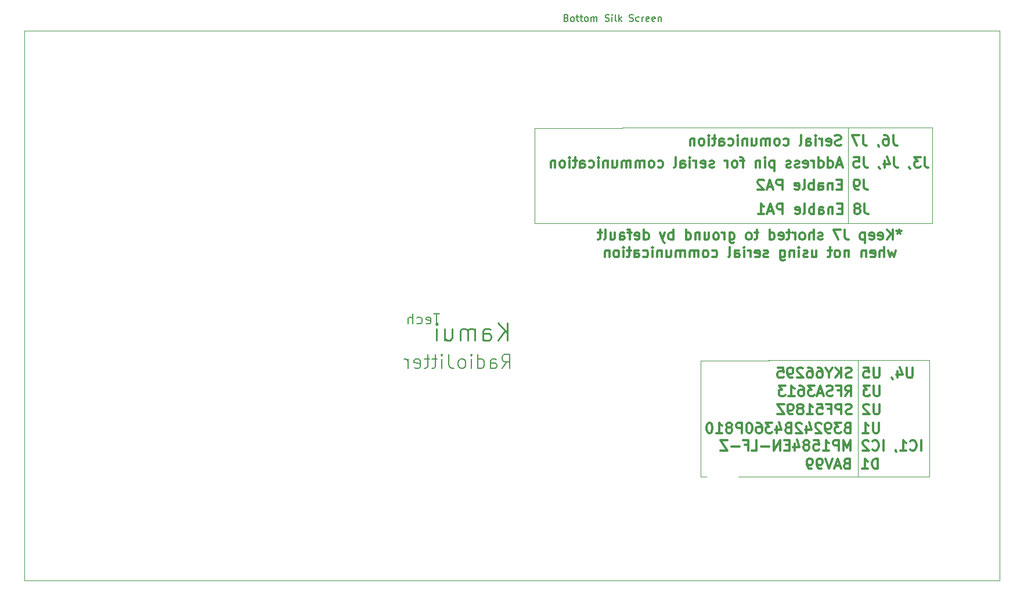
<source format=gbr>
G04 #@! TF.GenerationSoftware,KiCad,Pcbnew,(5.1.6)-1*
G04 #@! TF.CreationDate,2020-09-08T15:56:59+05:30*
G04 #@! TF.ProjectId,rj-2-4ghz-filter-amp,726a2d32-2d34-4676-987a-2d66696c7465,rev?*
G04 #@! TF.SameCoordinates,Original*
G04 #@! TF.FileFunction,Legend,Bot*
G04 #@! TF.FilePolarity,Positive*
%FSLAX46Y46*%
G04 Gerber Fmt 4.6, Leading zero omitted, Abs format (unit mm)*
G04 Created by KiCad (PCBNEW (5.1.6)-1) date 2020-09-08 15:56:59*
%MOMM*%
%LPD*%
G01*
G04 APERTURE LIST*
%ADD10C,0.200000*%
%ADD11C,0.250000*%
%ADD12C,0.150000*%
%ADD13C,0.120000*%
%ADD14C,0.300000*%
G04 #@! TA.AperFunction,Profile*
%ADD15C,0.050000*%
G04 #@! TD*
%ADD16O,1.602000X2.102000*%
%ADD17C,2.102000*%
%ADD18C,6.502000*%
%ADD19C,0.902000*%
%ADD20C,0.389500*%
%ADD21C,0.314500*%
%ADD22R,5.203200X1.981200*%
G04 APERTURE END LIST*
D10*
X160817391Y-92530181D02*
X161484058Y-91577800D01*
X161960248Y-92530181D02*
X161960248Y-90530181D01*
X161198343Y-90530181D01*
X161007867Y-90625420D01*
X160912629Y-90720658D01*
X160817391Y-90911134D01*
X160817391Y-91196848D01*
X160912629Y-91387324D01*
X161007867Y-91482562D01*
X161198343Y-91577800D01*
X161960248Y-91577800D01*
X159103105Y-92530181D02*
X159103105Y-91482562D01*
X159198343Y-91292086D01*
X159388820Y-91196848D01*
X159769772Y-91196848D01*
X159960248Y-91292086D01*
X159103105Y-92434943D02*
X159293581Y-92530181D01*
X159769772Y-92530181D01*
X159960248Y-92434943D01*
X160055486Y-92244467D01*
X160055486Y-92053991D01*
X159960248Y-91863515D01*
X159769772Y-91768277D01*
X159293581Y-91768277D01*
X159103105Y-91673039D01*
X157293581Y-92530181D02*
X157293581Y-90530181D01*
X157293581Y-92434943D02*
X157484058Y-92530181D01*
X157865010Y-92530181D01*
X158055486Y-92434943D01*
X158150724Y-92339705D01*
X158245962Y-92149229D01*
X158245962Y-91577800D01*
X158150724Y-91387324D01*
X158055486Y-91292086D01*
X157865010Y-91196848D01*
X157484058Y-91196848D01*
X157293581Y-91292086D01*
X156341200Y-92530181D02*
X156341200Y-91196848D01*
X156341200Y-90530181D02*
X156436439Y-90625420D01*
X156341200Y-90720658D01*
X156245962Y-90625420D01*
X156341200Y-90530181D01*
X156341200Y-90720658D01*
X155103105Y-92530181D02*
X155293581Y-92434943D01*
X155388820Y-92339705D01*
X155484058Y-92149229D01*
X155484058Y-91577800D01*
X155388820Y-91387324D01*
X155293581Y-91292086D01*
X155103105Y-91196848D01*
X154817391Y-91196848D01*
X154626915Y-91292086D01*
X154531677Y-91387324D01*
X154436439Y-91577800D01*
X154436439Y-92149229D01*
X154531677Y-92339705D01*
X154626915Y-92434943D01*
X154817391Y-92530181D01*
X155103105Y-92530181D01*
X153007867Y-90530181D02*
X153007867Y-91958753D01*
X153103105Y-92244467D01*
X153293581Y-92434943D01*
X153579296Y-92530181D01*
X153769772Y-92530181D01*
X152055486Y-92530181D02*
X152055486Y-91196848D01*
X152055486Y-90530181D02*
X152150724Y-90625420D01*
X152055486Y-90720658D01*
X151960248Y-90625420D01*
X152055486Y-90530181D01*
X152055486Y-90720658D01*
X151388820Y-91196848D02*
X150626915Y-91196848D01*
X151103105Y-90530181D02*
X151103105Y-92244467D01*
X151007867Y-92434943D01*
X150817391Y-92530181D01*
X150626915Y-92530181D01*
X150245962Y-91196848D02*
X149484058Y-91196848D01*
X149960248Y-90530181D02*
X149960248Y-92244467D01*
X149865010Y-92434943D01*
X149674534Y-92530181D01*
X149484058Y-92530181D01*
X148055486Y-92434943D02*
X148245962Y-92530181D01*
X148626915Y-92530181D01*
X148817391Y-92434943D01*
X148912629Y-92244467D01*
X148912629Y-91482562D01*
X148817391Y-91292086D01*
X148626915Y-91196848D01*
X148245962Y-91196848D01*
X148055486Y-91292086D01*
X147960248Y-91482562D01*
X147960248Y-91673039D01*
X148912629Y-91863515D01*
X147103105Y-92530181D02*
X147103105Y-91196848D01*
X147103105Y-91577800D02*
X147007867Y-91387324D01*
X146912629Y-91292086D01*
X146722153Y-91196848D01*
X146531677Y-91196848D01*
D11*
X161636331Y-88447792D02*
X161636331Y-85947792D01*
X160207760Y-88447792D02*
X161279188Y-87019220D01*
X160207760Y-85947792D02*
X161636331Y-87376363D01*
X158064902Y-88447792D02*
X158064902Y-87138268D01*
X158183950Y-86900173D01*
X158422045Y-86781125D01*
X158898236Y-86781125D01*
X159136331Y-86900173D01*
X158064902Y-88328744D02*
X158302998Y-88447792D01*
X158898236Y-88447792D01*
X159136331Y-88328744D01*
X159255379Y-88090649D01*
X159255379Y-87852554D01*
X159136331Y-87614459D01*
X158898236Y-87495411D01*
X158302998Y-87495411D01*
X158064902Y-87376363D01*
X156874426Y-88447792D02*
X156874426Y-86781125D01*
X156874426Y-87019220D02*
X156755379Y-86900173D01*
X156517283Y-86781125D01*
X156160140Y-86781125D01*
X155922045Y-86900173D01*
X155802998Y-87138268D01*
X155802998Y-88447792D01*
X155802998Y-87138268D02*
X155683950Y-86900173D01*
X155445855Y-86781125D01*
X155088712Y-86781125D01*
X154850617Y-86900173D01*
X154731569Y-87138268D01*
X154731569Y-88447792D01*
X152469664Y-86781125D02*
X152469664Y-88447792D01*
X153541093Y-86781125D02*
X153541093Y-88090649D01*
X153422045Y-88328744D01*
X153183950Y-88447792D01*
X152826807Y-88447792D01*
X152588712Y-88328744D01*
X152469664Y-88209697D01*
X151279188Y-88447792D02*
X151279188Y-86781125D01*
X151279188Y-85947792D02*
X151398236Y-86066840D01*
X151279188Y-86185887D01*
X151160140Y-86066840D01*
X151279188Y-85947792D01*
X151279188Y-86185887D01*
D12*
X151706757Y-84560671D02*
X150849614Y-84560671D01*
X151278185Y-86060671D02*
X151278185Y-84560671D01*
X149778185Y-85989242D02*
X149921042Y-86060671D01*
X150206757Y-86060671D01*
X150349614Y-85989242D01*
X150421042Y-85846385D01*
X150421042Y-85274957D01*
X150349614Y-85132100D01*
X150206757Y-85060671D01*
X149921042Y-85060671D01*
X149778185Y-85132100D01*
X149706757Y-85274957D01*
X149706757Y-85417814D01*
X150421042Y-85560671D01*
X148421042Y-85989242D02*
X148563900Y-86060671D01*
X148849614Y-86060671D01*
X148992471Y-85989242D01*
X149063900Y-85917814D01*
X149135328Y-85774957D01*
X149135328Y-85346385D01*
X149063900Y-85203528D01*
X148992471Y-85132100D01*
X148849614Y-85060671D01*
X148563900Y-85060671D01*
X148421042Y-85132100D01*
X147778185Y-86060671D02*
X147778185Y-84560671D01*
X147135328Y-86060671D02*
X147135328Y-85274957D01*
X147206757Y-85132100D01*
X147349614Y-85060671D01*
X147563900Y-85060671D01*
X147706757Y-85132100D01*
X147778185Y-85203528D01*
D13*
X189801500Y-91401900D02*
X199745600Y-91401900D01*
X189801500Y-108389420D02*
X189801500Y-91401900D01*
X199740520Y-108389420D02*
X189801500Y-108389420D01*
X223128840Y-108389420D02*
X199740520Y-108389420D01*
X223128840Y-91394280D02*
X223128840Y-108389420D01*
X199737980Y-91394280D02*
X223128840Y-91394280D01*
X212704680Y-108366560D02*
X212704680Y-91394280D01*
D14*
X220717628Y-92427051D02*
X220717628Y-93641337D01*
X220646200Y-93784194D01*
X220574771Y-93855622D01*
X220431914Y-93927051D01*
X220146200Y-93927051D01*
X220003342Y-93855622D01*
X219931914Y-93784194D01*
X219860485Y-93641337D01*
X219860485Y-92427051D01*
X218503342Y-92927051D02*
X218503342Y-93927051D01*
X218860485Y-92355622D02*
X219217628Y-93427051D01*
X218289057Y-93427051D01*
X217646200Y-93855622D02*
X217646200Y-93927051D01*
X217717628Y-94069908D01*
X217789057Y-94141337D01*
X215860485Y-92427051D02*
X215860485Y-93641337D01*
X215789057Y-93784194D01*
X215717628Y-93855622D01*
X215574771Y-93927051D01*
X215289057Y-93927051D01*
X215146200Y-93855622D01*
X215074771Y-93784194D01*
X215003342Y-93641337D01*
X215003342Y-92427051D01*
X213574771Y-92427051D02*
X214289057Y-92427051D01*
X214360485Y-93141337D01*
X214289057Y-93069908D01*
X214146200Y-92998480D01*
X213789057Y-92998480D01*
X213646200Y-93069908D01*
X213574771Y-93141337D01*
X213503342Y-93284194D01*
X213503342Y-93641337D01*
X213574771Y-93784194D01*
X213646200Y-93855622D01*
X213789057Y-93927051D01*
X214146200Y-93927051D01*
X214289057Y-93855622D01*
X214360485Y-93784194D01*
X211789057Y-93855622D02*
X211574771Y-93927051D01*
X211217628Y-93927051D01*
X211074771Y-93855622D01*
X211003342Y-93784194D01*
X210931914Y-93641337D01*
X210931914Y-93498480D01*
X211003342Y-93355622D01*
X211074771Y-93284194D01*
X211217628Y-93212765D01*
X211503342Y-93141337D01*
X211646200Y-93069908D01*
X211717628Y-92998480D01*
X211789057Y-92855622D01*
X211789057Y-92712765D01*
X211717628Y-92569908D01*
X211646200Y-92498480D01*
X211503342Y-92427051D01*
X211146200Y-92427051D01*
X210931914Y-92498480D01*
X210289057Y-93927051D02*
X210289057Y-92427051D01*
X209431914Y-93927051D02*
X210074771Y-93069908D01*
X209431914Y-92427051D02*
X210289057Y-93284194D01*
X208503342Y-93212765D02*
X208503342Y-93927051D01*
X209003342Y-92427051D02*
X208503342Y-93212765D01*
X208003342Y-92427051D01*
X206860485Y-92427051D02*
X207146200Y-92427051D01*
X207289057Y-92498480D01*
X207360485Y-92569908D01*
X207503342Y-92784194D01*
X207574771Y-93069908D01*
X207574771Y-93641337D01*
X207503342Y-93784194D01*
X207431914Y-93855622D01*
X207289057Y-93927051D01*
X207003342Y-93927051D01*
X206860485Y-93855622D01*
X206789057Y-93784194D01*
X206717628Y-93641337D01*
X206717628Y-93284194D01*
X206789057Y-93141337D01*
X206860485Y-93069908D01*
X207003342Y-92998480D01*
X207289057Y-92998480D01*
X207431914Y-93069908D01*
X207503342Y-93141337D01*
X207574771Y-93284194D01*
X205431914Y-92427051D02*
X205717628Y-92427051D01*
X205860485Y-92498480D01*
X205931914Y-92569908D01*
X206074771Y-92784194D01*
X206146200Y-93069908D01*
X206146200Y-93641337D01*
X206074771Y-93784194D01*
X206003342Y-93855622D01*
X205860485Y-93927051D01*
X205574771Y-93927051D01*
X205431914Y-93855622D01*
X205360485Y-93784194D01*
X205289057Y-93641337D01*
X205289057Y-93284194D01*
X205360485Y-93141337D01*
X205431914Y-93069908D01*
X205574771Y-92998480D01*
X205860485Y-92998480D01*
X206003342Y-93069908D01*
X206074771Y-93141337D01*
X206146200Y-93284194D01*
X204717628Y-92569908D02*
X204646200Y-92498480D01*
X204503342Y-92427051D01*
X204146200Y-92427051D01*
X204003342Y-92498480D01*
X203931914Y-92569908D01*
X203860485Y-92712765D01*
X203860485Y-92855622D01*
X203931914Y-93069908D01*
X204789057Y-93927051D01*
X203860485Y-93927051D01*
X203146200Y-93927051D02*
X202860485Y-93927051D01*
X202717628Y-93855622D01*
X202646200Y-93784194D01*
X202503342Y-93569908D01*
X202431914Y-93284194D01*
X202431914Y-92712765D01*
X202503342Y-92569908D01*
X202574771Y-92498480D01*
X202717628Y-92427051D01*
X203003342Y-92427051D01*
X203146200Y-92498480D01*
X203217628Y-92569908D01*
X203289057Y-92712765D01*
X203289057Y-93069908D01*
X203217628Y-93212765D01*
X203146200Y-93284194D01*
X203003342Y-93355622D01*
X202717628Y-93355622D01*
X202574771Y-93284194D01*
X202503342Y-93212765D01*
X202431914Y-93069908D01*
X201074771Y-92427051D02*
X201789057Y-92427051D01*
X201860485Y-93141337D01*
X201789057Y-93069908D01*
X201646200Y-92998480D01*
X201289057Y-92998480D01*
X201146200Y-93069908D01*
X201074771Y-93141337D01*
X201003342Y-93284194D01*
X201003342Y-93641337D01*
X201074771Y-93784194D01*
X201146200Y-93855622D01*
X201289057Y-93927051D01*
X201646200Y-93927051D01*
X201789057Y-93855622D01*
X201860485Y-93784194D01*
X215901148Y-95073731D02*
X215901148Y-96288017D01*
X215829720Y-96430874D01*
X215758291Y-96502302D01*
X215615434Y-96573731D01*
X215329720Y-96573731D01*
X215186862Y-96502302D01*
X215115434Y-96430874D01*
X215044005Y-96288017D01*
X215044005Y-95073731D01*
X214472577Y-95073731D02*
X213544005Y-95073731D01*
X214044005Y-95645160D01*
X213829720Y-95645160D01*
X213686862Y-95716588D01*
X213615434Y-95788017D01*
X213544005Y-95930874D01*
X213544005Y-96288017D01*
X213615434Y-96430874D01*
X213686862Y-96502302D01*
X213829720Y-96573731D01*
X214258291Y-96573731D01*
X214401148Y-96502302D01*
X214472577Y-96430874D01*
X210901148Y-96573731D02*
X211401148Y-95859445D01*
X211758291Y-96573731D02*
X211758291Y-95073731D01*
X211186862Y-95073731D01*
X211044005Y-95145160D01*
X210972577Y-95216588D01*
X210901148Y-95359445D01*
X210901148Y-95573731D01*
X210972577Y-95716588D01*
X211044005Y-95788017D01*
X211186862Y-95859445D01*
X211758291Y-95859445D01*
X209758291Y-95788017D02*
X210258291Y-95788017D01*
X210258291Y-96573731D02*
X210258291Y-95073731D01*
X209544005Y-95073731D01*
X209044005Y-96502302D02*
X208829720Y-96573731D01*
X208472577Y-96573731D01*
X208329720Y-96502302D01*
X208258291Y-96430874D01*
X208186862Y-96288017D01*
X208186862Y-96145160D01*
X208258291Y-96002302D01*
X208329720Y-95930874D01*
X208472577Y-95859445D01*
X208758291Y-95788017D01*
X208901148Y-95716588D01*
X208972577Y-95645160D01*
X209044005Y-95502302D01*
X209044005Y-95359445D01*
X208972577Y-95216588D01*
X208901148Y-95145160D01*
X208758291Y-95073731D01*
X208401148Y-95073731D01*
X208186862Y-95145160D01*
X207615434Y-96145160D02*
X206901148Y-96145160D01*
X207758291Y-96573731D02*
X207258291Y-95073731D01*
X206758291Y-96573731D01*
X206401148Y-95073731D02*
X205472577Y-95073731D01*
X205972577Y-95645160D01*
X205758291Y-95645160D01*
X205615434Y-95716588D01*
X205544005Y-95788017D01*
X205472577Y-95930874D01*
X205472577Y-96288017D01*
X205544005Y-96430874D01*
X205615434Y-96502302D01*
X205758291Y-96573731D01*
X206186862Y-96573731D01*
X206329720Y-96502302D01*
X206401148Y-96430874D01*
X204186862Y-95073731D02*
X204472577Y-95073731D01*
X204615434Y-95145160D01*
X204686862Y-95216588D01*
X204829720Y-95430874D01*
X204901148Y-95716588D01*
X204901148Y-96288017D01*
X204829720Y-96430874D01*
X204758291Y-96502302D01*
X204615434Y-96573731D01*
X204329720Y-96573731D01*
X204186862Y-96502302D01*
X204115434Y-96430874D01*
X204044005Y-96288017D01*
X204044005Y-95930874D01*
X204115434Y-95788017D01*
X204186862Y-95716588D01*
X204329720Y-95645160D01*
X204615434Y-95645160D01*
X204758291Y-95716588D01*
X204829720Y-95788017D01*
X204901148Y-95930874D01*
X202615434Y-96573731D02*
X203472577Y-96573731D01*
X203044005Y-96573731D02*
X203044005Y-95073731D01*
X203186862Y-95288017D01*
X203329720Y-95430874D01*
X203472577Y-95502302D01*
X202115434Y-95073731D02*
X201186862Y-95073731D01*
X201686862Y-95645160D01*
X201472577Y-95645160D01*
X201329720Y-95716588D01*
X201258291Y-95788017D01*
X201186862Y-95930874D01*
X201186862Y-96288017D01*
X201258291Y-96430874D01*
X201329720Y-96502302D01*
X201472577Y-96573731D01*
X201901148Y-96573731D01*
X202044005Y-96502302D01*
X202115434Y-96430874D01*
X215886217Y-97763591D02*
X215886217Y-98977877D01*
X215814788Y-99120734D01*
X215743360Y-99192162D01*
X215600502Y-99263591D01*
X215314788Y-99263591D01*
X215171931Y-99192162D01*
X215100502Y-99120734D01*
X215029074Y-98977877D01*
X215029074Y-97763591D01*
X214386217Y-97906448D02*
X214314788Y-97835020D01*
X214171931Y-97763591D01*
X213814788Y-97763591D01*
X213671931Y-97835020D01*
X213600502Y-97906448D01*
X213529074Y-98049305D01*
X213529074Y-98192162D01*
X213600502Y-98406448D01*
X214457645Y-99263591D01*
X213529074Y-99263591D01*
X211814788Y-99192162D02*
X211600502Y-99263591D01*
X211243360Y-99263591D01*
X211100502Y-99192162D01*
X211029074Y-99120734D01*
X210957645Y-98977877D01*
X210957645Y-98835020D01*
X211029074Y-98692162D01*
X211100502Y-98620734D01*
X211243360Y-98549305D01*
X211529074Y-98477877D01*
X211671931Y-98406448D01*
X211743360Y-98335020D01*
X211814788Y-98192162D01*
X211814788Y-98049305D01*
X211743360Y-97906448D01*
X211671931Y-97835020D01*
X211529074Y-97763591D01*
X211171931Y-97763591D01*
X210957645Y-97835020D01*
X210314788Y-99263591D02*
X210314788Y-97763591D01*
X209743360Y-97763591D01*
X209600502Y-97835020D01*
X209529074Y-97906448D01*
X209457645Y-98049305D01*
X209457645Y-98263591D01*
X209529074Y-98406448D01*
X209600502Y-98477877D01*
X209743360Y-98549305D01*
X210314788Y-98549305D01*
X208314788Y-98477877D02*
X208814788Y-98477877D01*
X208814788Y-99263591D02*
X208814788Y-97763591D01*
X208100502Y-97763591D01*
X206814788Y-97763591D02*
X207529074Y-97763591D01*
X207600502Y-98477877D01*
X207529074Y-98406448D01*
X207386217Y-98335020D01*
X207029074Y-98335020D01*
X206886217Y-98406448D01*
X206814788Y-98477877D01*
X206743360Y-98620734D01*
X206743360Y-98977877D01*
X206814788Y-99120734D01*
X206886217Y-99192162D01*
X207029074Y-99263591D01*
X207386217Y-99263591D01*
X207529074Y-99192162D01*
X207600502Y-99120734D01*
X205314788Y-99263591D02*
X206171931Y-99263591D01*
X205743360Y-99263591D02*
X205743360Y-97763591D01*
X205886217Y-97977877D01*
X206029074Y-98120734D01*
X206171931Y-98192162D01*
X204457645Y-98406448D02*
X204600502Y-98335020D01*
X204671931Y-98263591D01*
X204743360Y-98120734D01*
X204743360Y-98049305D01*
X204671931Y-97906448D01*
X204600502Y-97835020D01*
X204457645Y-97763591D01*
X204171931Y-97763591D01*
X204029074Y-97835020D01*
X203957645Y-97906448D01*
X203886217Y-98049305D01*
X203886217Y-98120734D01*
X203957645Y-98263591D01*
X204029074Y-98335020D01*
X204171931Y-98406448D01*
X204457645Y-98406448D01*
X204600502Y-98477877D01*
X204671931Y-98549305D01*
X204743360Y-98692162D01*
X204743360Y-98977877D01*
X204671931Y-99120734D01*
X204600502Y-99192162D01*
X204457645Y-99263591D01*
X204171931Y-99263591D01*
X204029074Y-99192162D01*
X203957645Y-99120734D01*
X203886217Y-98977877D01*
X203886217Y-98692162D01*
X203957645Y-98549305D01*
X204029074Y-98477877D01*
X204171931Y-98406448D01*
X203171931Y-99263591D02*
X202886217Y-99263591D01*
X202743360Y-99192162D01*
X202671931Y-99120734D01*
X202529074Y-98906448D01*
X202457645Y-98620734D01*
X202457645Y-98049305D01*
X202529074Y-97906448D01*
X202600502Y-97835020D01*
X202743360Y-97763591D01*
X203029074Y-97763591D01*
X203171931Y-97835020D01*
X203243360Y-97906448D01*
X203314788Y-98049305D01*
X203314788Y-98406448D01*
X203243360Y-98549305D01*
X203171931Y-98620734D01*
X203029074Y-98692162D01*
X202743360Y-98692162D01*
X202600502Y-98620734D01*
X202529074Y-98549305D01*
X202457645Y-98406448D01*
X201957645Y-97763591D02*
X200957645Y-97763591D01*
X201957645Y-99263591D01*
X200957645Y-99263591D01*
X215642817Y-107226491D02*
X215642817Y-105726491D01*
X215285674Y-105726491D01*
X215071388Y-105797920D01*
X214928531Y-105940777D01*
X214857102Y-106083634D01*
X214785674Y-106369348D01*
X214785674Y-106583634D01*
X214857102Y-106869348D01*
X214928531Y-107012205D01*
X215071388Y-107155062D01*
X215285674Y-107226491D01*
X215642817Y-107226491D01*
X213357102Y-107226491D02*
X214214245Y-107226491D01*
X213785674Y-107226491D02*
X213785674Y-105726491D01*
X213928531Y-105940777D01*
X214071388Y-106083634D01*
X214214245Y-106155062D01*
X211071388Y-106440777D02*
X210857102Y-106512205D01*
X210785674Y-106583634D01*
X210714245Y-106726491D01*
X210714245Y-106940777D01*
X210785674Y-107083634D01*
X210857102Y-107155062D01*
X210999960Y-107226491D01*
X211571388Y-107226491D01*
X211571388Y-105726491D01*
X211071388Y-105726491D01*
X210928531Y-105797920D01*
X210857102Y-105869348D01*
X210785674Y-106012205D01*
X210785674Y-106155062D01*
X210857102Y-106297920D01*
X210928531Y-106369348D01*
X211071388Y-106440777D01*
X211571388Y-106440777D01*
X210142817Y-106797920D02*
X209428531Y-106797920D01*
X210285674Y-107226491D02*
X209785674Y-105726491D01*
X209285674Y-107226491D01*
X208999960Y-105726491D02*
X208499960Y-107226491D01*
X207999960Y-105726491D01*
X207428531Y-107226491D02*
X207142817Y-107226491D01*
X206999960Y-107155062D01*
X206928531Y-107083634D01*
X206785674Y-106869348D01*
X206714245Y-106583634D01*
X206714245Y-106012205D01*
X206785674Y-105869348D01*
X206857102Y-105797920D01*
X206999960Y-105726491D01*
X207285674Y-105726491D01*
X207428531Y-105797920D01*
X207499960Y-105869348D01*
X207571388Y-106012205D01*
X207571388Y-106369348D01*
X207499960Y-106512205D01*
X207428531Y-106583634D01*
X207285674Y-106655062D01*
X206999960Y-106655062D01*
X206857102Y-106583634D01*
X206785674Y-106512205D01*
X206714245Y-106369348D01*
X205999960Y-107226491D02*
X205714245Y-107226491D01*
X205571388Y-107155062D01*
X205499960Y-107083634D01*
X205357102Y-106869348D01*
X205285674Y-106583634D01*
X205285674Y-106012205D01*
X205357102Y-105869348D01*
X205428531Y-105797920D01*
X205571388Y-105726491D01*
X205857102Y-105726491D01*
X205999960Y-105797920D01*
X206071388Y-105869348D01*
X206142817Y-106012205D01*
X206142817Y-106369348D01*
X206071388Y-106512205D01*
X205999960Y-106583634D01*
X205857102Y-106655062D01*
X205571388Y-106655062D01*
X205428531Y-106583634D01*
X205357102Y-106512205D01*
X205285674Y-106369348D01*
X215801754Y-100499171D02*
X215801754Y-101713457D01*
X215730325Y-101856314D01*
X215658897Y-101927742D01*
X215516040Y-101999171D01*
X215230325Y-101999171D01*
X215087468Y-101927742D01*
X215016040Y-101856314D01*
X214944611Y-101713457D01*
X214944611Y-100499171D01*
X213444611Y-101999171D02*
X214301754Y-101999171D01*
X213873182Y-101999171D02*
X213873182Y-100499171D01*
X214016040Y-100713457D01*
X214158897Y-100856314D01*
X214301754Y-100927742D01*
X211158897Y-101213457D02*
X210944611Y-101284885D01*
X210873182Y-101356314D01*
X210801754Y-101499171D01*
X210801754Y-101713457D01*
X210873182Y-101856314D01*
X210944611Y-101927742D01*
X211087468Y-101999171D01*
X211658897Y-101999171D01*
X211658897Y-100499171D01*
X211158897Y-100499171D01*
X211016040Y-100570600D01*
X210944611Y-100642028D01*
X210873182Y-100784885D01*
X210873182Y-100927742D01*
X210944611Y-101070600D01*
X211016040Y-101142028D01*
X211158897Y-101213457D01*
X211658897Y-101213457D01*
X210301754Y-100499171D02*
X209373182Y-100499171D01*
X209873182Y-101070600D01*
X209658897Y-101070600D01*
X209516040Y-101142028D01*
X209444611Y-101213457D01*
X209373182Y-101356314D01*
X209373182Y-101713457D01*
X209444611Y-101856314D01*
X209516040Y-101927742D01*
X209658897Y-101999171D01*
X210087468Y-101999171D01*
X210230325Y-101927742D01*
X210301754Y-101856314D01*
X208658897Y-101999171D02*
X208373182Y-101999171D01*
X208230325Y-101927742D01*
X208158897Y-101856314D01*
X208016040Y-101642028D01*
X207944611Y-101356314D01*
X207944611Y-100784885D01*
X208016040Y-100642028D01*
X208087468Y-100570600D01*
X208230325Y-100499171D01*
X208516040Y-100499171D01*
X208658897Y-100570600D01*
X208730325Y-100642028D01*
X208801754Y-100784885D01*
X208801754Y-101142028D01*
X208730325Y-101284885D01*
X208658897Y-101356314D01*
X208516040Y-101427742D01*
X208230325Y-101427742D01*
X208087468Y-101356314D01*
X208016040Y-101284885D01*
X207944611Y-101142028D01*
X207373182Y-100642028D02*
X207301754Y-100570600D01*
X207158897Y-100499171D01*
X206801754Y-100499171D01*
X206658897Y-100570600D01*
X206587468Y-100642028D01*
X206516040Y-100784885D01*
X206516040Y-100927742D01*
X206587468Y-101142028D01*
X207444611Y-101999171D01*
X206516040Y-101999171D01*
X205230325Y-100999171D02*
X205230325Y-101999171D01*
X205587468Y-100427742D02*
X205944611Y-101499171D01*
X205016040Y-101499171D01*
X204516040Y-100642028D02*
X204444611Y-100570600D01*
X204301754Y-100499171D01*
X203944611Y-100499171D01*
X203801754Y-100570600D01*
X203730325Y-100642028D01*
X203658897Y-100784885D01*
X203658897Y-100927742D01*
X203730325Y-101142028D01*
X204587468Y-101999171D01*
X203658897Y-101999171D01*
X202516040Y-101213457D02*
X202301754Y-101284885D01*
X202230325Y-101356314D01*
X202158897Y-101499171D01*
X202158897Y-101713457D01*
X202230325Y-101856314D01*
X202301754Y-101927742D01*
X202444611Y-101999171D01*
X203016040Y-101999171D01*
X203016040Y-100499171D01*
X202516040Y-100499171D01*
X202373182Y-100570600D01*
X202301754Y-100642028D01*
X202230325Y-100784885D01*
X202230325Y-100927742D01*
X202301754Y-101070600D01*
X202373182Y-101142028D01*
X202516040Y-101213457D01*
X203016040Y-101213457D01*
X200873182Y-100999171D02*
X200873182Y-101999171D01*
X201230325Y-100427742D02*
X201587468Y-101499171D01*
X200658897Y-101499171D01*
X200230325Y-100499171D02*
X199301754Y-100499171D01*
X199801754Y-101070600D01*
X199587468Y-101070600D01*
X199444611Y-101142028D01*
X199373182Y-101213457D01*
X199301754Y-101356314D01*
X199301754Y-101713457D01*
X199373182Y-101856314D01*
X199444611Y-101927742D01*
X199587468Y-101999171D01*
X200016040Y-101999171D01*
X200158897Y-101927742D01*
X200230325Y-101856314D01*
X198016040Y-100499171D02*
X198301754Y-100499171D01*
X198444611Y-100570600D01*
X198516040Y-100642028D01*
X198658897Y-100856314D01*
X198730325Y-101142028D01*
X198730325Y-101713457D01*
X198658897Y-101856314D01*
X198587468Y-101927742D01*
X198444611Y-101999171D01*
X198158897Y-101999171D01*
X198016040Y-101927742D01*
X197944611Y-101856314D01*
X197873182Y-101713457D01*
X197873182Y-101356314D01*
X197944611Y-101213457D01*
X198016040Y-101142028D01*
X198158897Y-101070600D01*
X198444611Y-101070600D01*
X198587468Y-101142028D01*
X198658897Y-101213457D01*
X198730325Y-101356314D01*
X196944611Y-100499171D02*
X196801754Y-100499171D01*
X196658897Y-100570600D01*
X196587468Y-100642028D01*
X196516040Y-100784885D01*
X196444611Y-101070600D01*
X196444611Y-101427742D01*
X196516040Y-101713457D01*
X196587468Y-101856314D01*
X196658897Y-101927742D01*
X196801754Y-101999171D01*
X196944611Y-101999171D01*
X197087468Y-101927742D01*
X197158897Y-101856314D01*
X197230325Y-101713457D01*
X197301754Y-101427742D01*
X197301754Y-101070600D01*
X197230325Y-100784885D01*
X197158897Y-100642028D01*
X197087468Y-100570600D01*
X196944611Y-100499171D01*
X195801754Y-101999171D02*
X195801754Y-100499171D01*
X195230325Y-100499171D01*
X195087468Y-100570600D01*
X195016040Y-100642028D01*
X194944611Y-100784885D01*
X194944611Y-100999171D01*
X195016040Y-101142028D01*
X195087468Y-101213457D01*
X195230325Y-101284885D01*
X195801754Y-101284885D01*
X194087468Y-101142028D02*
X194230325Y-101070600D01*
X194301754Y-100999171D01*
X194373182Y-100856314D01*
X194373182Y-100784885D01*
X194301754Y-100642028D01*
X194230325Y-100570600D01*
X194087468Y-100499171D01*
X193801754Y-100499171D01*
X193658897Y-100570600D01*
X193587468Y-100642028D01*
X193516040Y-100784885D01*
X193516040Y-100856314D01*
X193587468Y-100999171D01*
X193658897Y-101070600D01*
X193801754Y-101142028D01*
X194087468Y-101142028D01*
X194230325Y-101213457D01*
X194301754Y-101284885D01*
X194373182Y-101427742D01*
X194373182Y-101713457D01*
X194301754Y-101856314D01*
X194230325Y-101927742D01*
X194087468Y-101999171D01*
X193801754Y-101999171D01*
X193658897Y-101927742D01*
X193587468Y-101856314D01*
X193516040Y-101713457D01*
X193516040Y-101427742D01*
X193587468Y-101284885D01*
X193658897Y-101213457D01*
X193801754Y-101142028D01*
X192087468Y-101999171D02*
X192944611Y-101999171D01*
X192516040Y-101999171D02*
X192516040Y-100499171D01*
X192658897Y-100713457D01*
X192801754Y-100856314D01*
X192944611Y-100927742D01*
X191158897Y-100499171D02*
X191016040Y-100499171D01*
X190873182Y-100570600D01*
X190801754Y-100642028D01*
X190730325Y-100784885D01*
X190658897Y-101070600D01*
X190658897Y-101427742D01*
X190730325Y-101713457D01*
X190801754Y-101856314D01*
X190873182Y-101927742D01*
X191016040Y-101999171D01*
X191158897Y-101999171D01*
X191301754Y-101927742D01*
X191373182Y-101856314D01*
X191444611Y-101713457D01*
X191516040Y-101427742D01*
X191516040Y-101070600D01*
X191444611Y-100784885D01*
X191373182Y-100642028D01*
X191301754Y-100570600D01*
X191158897Y-100499171D01*
X221926714Y-104534091D02*
X221926714Y-103034091D01*
X220355285Y-104391234D02*
X220426714Y-104462662D01*
X220641000Y-104534091D01*
X220783857Y-104534091D01*
X220998142Y-104462662D01*
X221141000Y-104319805D01*
X221212428Y-104176948D01*
X221283857Y-103891234D01*
X221283857Y-103676948D01*
X221212428Y-103391234D01*
X221141000Y-103248377D01*
X220998142Y-103105520D01*
X220783857Y-103034091D01*
X220641000Y-103034091D01*
X220426714Y-103105520D01*
X220355285Y-103176948D01*
X218926714Y-104534091D02*
X219783857Y-104534091D01*
X219355285Y-104534091D02*
X219355285Y-103034091D01*
X219498142Y-103248377D01*
X219641000Y-103391234D01*
X219783857Y-103462662D01*
X218212428Y-104462662D02*
X218212428Y-104534091D01*
X218283857Y-104676948D01*
X218355285Y-104748377D01*
X216426714Y-104534091D02*
X216426714Y-103034091D01*
X214855285Y-104391234D02*
X214926714Y-104462662D01*
X215141000Y-104534091D01*
X215283857Y-104534091D01*
X215498142Y-104462662D01*
X215641000Y-104319805D01*
X215712428Y-104176948D01*
X215783857Y-103891234D01*
X215783857Y-103676948D01*
X215712428Y-103391234D01*
X215641000Y-103248377D01*
X215498142Y-103105520D01*
X215283857Y-103034091D01*
X215141000Y-103034091D01*
X214926714Y-103105520D01*
X214855285Y-103176948D01*
X214283857Y-103176948D02*
X214212428Y-103105520D01*
X214069571Y-103034091D01*
X213712428Y-103034091D01*
X213569571Y-103105520D01*
X213498142Y-103176948D01*
X213426714Y-103319805D01*
X213426714Y-103462662D01*
X213498142Y-103676948D01*
X214355285Y-104534091D01*
X213426714Y-104534091D01*
X211641000Y-104534091D02*
X211641000Y-103034091D01*
X211141000Y-104105520D01*
X210641000Y-103034091D01*
X210641000Y-104534091D01*
X209926714Y-104534091D02*
X209926714Y-103034091D01*
X209355285Y-103034091D01*
X209212428Y-103105520D01*
X209141000Y-103176948D01*
X209069571Y-103319805D01*
X209069571Y-103534091D01*
X209141000Y-103676948D01*
X209212428Y-103748377D01*
X209355285Y-103819805D01*
X209926714Y-103819805D01*
X207641000Y-104534091D02*
X208498142Y-104534091D01*
X208069571Y-104534091D02*
X208069571Y-103034091D01*
X208212428Y-103248377D01*
X208355285Y-103391234D01*
X208498142Y-103462662D01*
X206283857Y-103034091D02*
X206998142Y-103034091D01*
X207069571Y-103748377D01*
X206998142Y-103676948D01*
X206855285Y-103605520D01*
X206498142Y-103605520D01*
X206355285Y-103676948D01*
X206283857Y-103748377D01*
X206212428Y-103891234D01*
X206212428Y-104248377D01*
X206283857Y-104391234D01*
X206355285Y-104462662D01*
X206498142Y-104534091D01*
X206855285Y-104534091D01*
X206998142Y-104462662D01*
X207069571Y-104391234D01*
X205355285Y-103676948D02*
X205498142Y-103605520D01*
X205569571Y-103534091D01*
X205641000Y-103391234D01*
X205641000Y-103319805D01*
X205569571Y-103176948D01*
X205498142Y-103105520D01*
X205355285Y-103034091D01*
X205069571Y-103034091D01*
X204926714Y-103105520D01*
X204855285Y-103176948D01*
X204783857Y-103319805D01*
X204783857Y-103391234D01*
X204855285Y-103534091D01*
X204926714Y-103605520D01*
X205069571Y-103676948D01*
X205355285Y-103676948D01*
X205498142Y-103748377D01*
X205569571Y-103819805D01*
X205641000Y-103962662D01*
X205641000Y-104248377D01*
X205569571Y-104391234D01*
X205498142Y-104462662D01*
X205355285Y-104534091D01*
X205069571Y-104534091D01*
X204926714Y-104462662D01*
X204855285Y-104391234D01*
X204783857Y-104248377D01*
X204783857Y-103962662D01*
X204855285Y-103819805D01*
X204926714Y-103748377D01*
X205069571Y-103676948D01*
X203498142Y-103534091D02*
X203498142Y-104534091D01*
X203855285Y-102962662D02*
X204212428Y-104034091D01*
X203283857Y-104034091D01*
X202712428Y-103748377D02*
X202212428Y-103748377D01*
X201998142Y-104534091D02*
X202712428Y-104534091D01*
X202712428Y-103034091D01*
X201998142Y-103034091D01*
X201355285Y-104534091D02*
X201355285Y-103034091D01*
X200498142Y-104534091D01*
X200498142Y-103034091D01*
X199783857Y-103962662D02*
X198641000Y-103962662D01*
X197212428Y-104534091D02*
X197926714Y-104534091D01*
X197926714Y-103034091D01*
X196212428Y-103748377D02*
X196712428Y-103748377D01*
X196712428Y-104534091D02*
X196712428Y-103034091D01*
X195998142Y-103034091D01*
X195426714Y-103962662D02*
X194283857Y-103962662D01*
X193712428Y-103034091D02*
X192712428Y-103034091D01*
X193712428Y-104534091D01*
X192712428Y-104534091D01*
D13*
X165605460Y-57480200D02*
X178366420Y-57480200D01*
X165605460Y-71348600D02*
X165605460Y-57480200D01*
X223540320Y-71348600D02*
X165605460Y-71348600D01*
X223540320Y-57426860D02*
X223540320Y-71348600D01*
X178330860Y-57426860D02*
X223540320Y-57426860D01*
X211307680Y-71353680D02*
X211307680Y-57429400D01*
D14*
X218716840Y-72264611D02*
X218716840Y-72621754D01*
X219073982Y-72478897D02*
X218716840Y-72621754D01*
X218359697Y-72478897D01*
X218931125Y-72907468D02*
X218716840Y-72621754D01*
X218502554Y-72907468D01*
X217788268Y-73764611D02*
X217788268Y-72264611D01*
X216931125Y-73764611D02*
X217573982Y-72907468D01*
X216931125Y-72264611D02*
X217788268Y-73121754D01*
X215716840Y-73693182D02*
X215859697Y-73764611D01*
X216145411Y-73764611D01*
X216288268Y-73693182D01*
X216359697Y-73550325D01*
X216359697Y-72978897D01*
X216288268Y-72836040D01*
X216145411Y-72764611D01*
X215859697Y-72764611D01*
X215716840Y-72836040D01*
X215645411Y-72978897D01*
X215645411Y-73121754D01*
X216359697Y-73264611D01*
X214431125Y-73693182D02*
X214573982Y-73764611D01*
X214859697Y-73764611D01*
X215002554Y-73693182D01*
X215073982Y-73550325D01*
X215073982Y-72978897D01*
X215002554Y-72836040D01*
X214859697Y-72764611D01*
X214573982Y-72764611D01*
X214431125Y-72836040D01*
X214359697Y-72978897D01*
X214359697Y-73121754D01*
X215073982Y-73264611D01*
X213716840Y-72764611D02*
X213716840Y-74264611D01*
X213716840Y-72836040D02*
X213573982Y-72764611D01*
X213288268Y-72764611D01*
X213145411Y-72836040D01*
X213073982Y-72907468D01*
X213002554Y-73050325D01*
X213002554Y-73478897D01*
X213073982Y-73621754D01*
X213145411Y-73693182D01*
X213288268Y-73764611D01*
X213573982Y-73764611D01*
X213716840Y-73693182D01*
X210788268Y-72264611D02*
X210788268Y-73336040D01*
X210859697Y-73550325D01*
X211002554Y-73693182D01*
X211216840Y-73764611D01*
X211359697Y-73764611D01*
X210216840Y-72264611D02*
X209216840Y-72264611D01*
X209859697Y-73764611D01*
X207573982Y-73693182D02*
X207431125Y-73764611D01*
X207145411Y-73764611D01*
X207002554Y-73693182D01*
X206931125Y-73550325D01*
X206931125Y-73478897D01*
X207002554Y-73336040D01*
X207145411Y-73264611D01*
X207359697Y-73264611D01*
X207502554Y-73193182D01*
X207573982Y-73050325D01*
X207573982Y-72978897D01*
X207502554Y-72836040D01*
X207359697Y-72764611D01*
X207145411Y-72764611D01*
X207002554Y-72836040D01*
X206288268Y-73764611D02*
X206288268Y-72264611D01*
X205645411Y-73764611D02*
X205645411Y-72978897D01*
X205716840Y-72836040D01*
X205859697Y-72764611D01*
X206073982Y-72764611D01*
X206216840Y-72836040D01*
X206288268Y-72907468D01*
X204716840Y-73764611D02*
X204859697Y-73693182D01*
X204931125Y-73621754D01*
X205002554Y-73478897D01*
X205002554Y-73050325D01*
X204931125Y-72907468D01*
X204859697Y-72836040D01*
X204716840Y-72764611D01*
X204502554Y-72764611D01*
X204359697Y-72836040D01*
X204288268Y-72907468D01*
X204216840Y-73050325D01*
X204216840Y-73478897D01*
X204288268Y-73621754D01*
X204359697Y-73693182D01*
X204502554Y-73764611D01*
X204716840Y-73764611D01*
X203573982Y-73764611D02*
X203573982Y-72764611D01*
X203573982Y-73050325D02*
X203502554Y-72907468D01*
X203431125Y-72836040D01*
X203288268Y-72764611D01*
X203145411Y-72764611D01*
X202859697Y-72764611D02*
X202288268Y-72764611D01*
X202645411Y-72264611D02*
X202645411Y-73550325D01*
X202573982Y-73693182D01*
X202431125Y-73764611D01*
X202288268Y-73764611D01*
X201216840Y-73693182D02*
X201359697Y-73764611D01*
X201645411Y-73764611D01*
X201788268Y-73693182D01*
X201859697Y-73550325D01*
X201859697Y-72978897D01*
X201788268Y-72836040D01*
X201645411Y-72764611D01*
X201359697Y-72764611D01*
X201216840Y-72836040D01*
X201145411Y-72978897D01*
X201145411Y-73121754D01*
X201859697Y-73264611D01*
X199859697Y-73764611D02*
X199859697Y-72264611D01*
X199859697Y-73693182D02*
X200002554Y-73764611D01*
X200288268Y-73764611D01*
X200431125Y-73693182D01*
X200502554Y-73621754D01*
X200573982Y-73478897D01*
X200573982Y-73050325D01*
X200502554Y-72907468D01*
X200431125Y-72836040D01*
X200288268Y-72764611D01*
X200002554Y-72764611D01*
X199859697Y-72836040D01*
X198216840Y-72764611D02*
X197645411Y-72764611D01*
X198002554Y-72264611D02*
X198002554Y-73550325D01*
X197931125Y-73693182D01*
X197788268Y-73764611D01*
X197645411Y-73764611D01*
X196931125Y-73764611D02*
X197073982Y-73693182D01*
X197145411Y-73621754D01*
X197216840Y-73478897D01*
X197216840Y-73050325D01*
X197145411Y-72907468D01*
X197073982Y-72836040D01*
X196931125Y-72764611D01*
X196716840Y-72764611D01*
X196573982Y-72836040D01*
X196502554Y-72907468D01*
X196431125Y-73050325D01*
X196431125Y-73478897D01*
X196502554Y-73621754D01*
X196573982Y-73693182D01*
X196716840Y-73764611D01*
X196931125Y-73764611D01*
X194002554Y-72764611D02*
X194002554Y-73978897D01*
X194073982Y-74121754D01*
X194145411Y-74193182D01*
X194288268Y-74264611D01*
X194502554Y-74264611D01*
X194645411Y-74193182D01*
X194002554Y-73693182D02*
X194145411Y-73764611D01*
X194431125Y-73764611D01*
X194573982Y-73693182D01*
X194645411Y-73621754D01*
X194716840Y-73478897D01*
X194716840Y-73050325D01*
X194645411Y-72907468D01*
X194573982Y-72836040D01*
X194431125Y-72764611D01*
X194145411Y-72764611D01*
X194002554Y-72836040D01*
X193288268Y-73764611D02*
X193288268Y-72764611D01*
X193288268Y-73050325D02*
X193216840Y-72907468D01*
X193145411Y-72836040D01*
X193002554Y-72764611D01*
X192859697Y-72764611D01*
X192145411Y-73764611D02*
X192288268Y-73693182D01*
X192359697Y-73621754D01*
X192431125Y-73478897D01*
X192431125Y-73050325D01*
X192359697Y-72907468D01*
X192288268Y-72836040D01*
X192145411Y-72764611D01*
X191931125Y-72764611D01*
X191788268Y-72836040D01*
X191716840Y-72907468D01*
X191645411Y-73050325D01*
X191645411Y-73478897D01*
X191716840Y-73621754D01*
X191788268Y-73693182D01*
X191931125Y-73764611D01*
X192145411Y-73764611D01*
X190359697Y-72764611D02*
X190359697Y-73764611D01*
X191002554Y-72764611D02*
X191002554Y-73550325D01*
X190931125Y-73693182D01*
X190788268Y-73764611D01*
X190573982Y-73764611D01*
X190431125Y-73693182D01*
X190359697Y-73621754D01*
X189645411Y-72764611D02*
X189645411Y-73764611D01*
X189645411Y-72907468D02*
X189573982Y-72836040D01*
X189431125Y-72764611D01*
X189216840Y-72764611D01*
X189073982Y-72836040D01*
X189002554Y-72978897D01*
X189002554Y-73764611D01*
X187645411Y-73764611D02*
X187645411Y-72264611D01*
X187645411Y-73693182D02*
X187788268Y-73764611D01*
X188073982Y-73764611D01*
X188216840Y-73693182D01*
X188288268Y-73621754D01*
X188359697Y-73478897D01*
X188359697Y-73050325D01*
X188288268Y-72907468D01*
X188216840Y-72836040D01*
X188073982Y-72764611D01*
X187788268Y-72764611D01*
X187645411Y-72836040D01*
X185788268Y-73764611D02*
X185788268Y-72264611D01*
X185788268Y-72836040D02*
X185645411Y-72764611D01*
X185359697Y-72764611D01*
X185216840Y-72836040D01*
X185145411Y-72907468D01*
X185073982Y-73050325D01*
X185073982Y-73478897D01*
X185145411Y-73621754D01*
X185216840Y-73693182D01*
X185359697Y-73764611D01*
X185645411Y-73764611D01*
X185788268Y-73693182D01*
X184573982Y-72764611D02*
X184216840Y-73764611D01*
X183859697Y-72764611D02*
X184216840Y-73764611D01*
X184359697Y-74121754D01*
X184431125Y-74193182D01*
X184573982Y-74264611D01*
X181502554Y-73764611D02*
X181502554Y-72264611D01*
X181502554Y-73693182D02*
X181645411Y-73764611D01*
X181931125Y-73764611D01*
X182073982Y-73693182D01*
X182145411Y-73621754D01*
X182216840Y-73478897D01*
X182216840Y-73050325D01*
X182145411Y-72907468D01*
X182073982Y-72836040D01*
X181931125Y-72764611D01*
X181645411Y-72764611D01*
X181502554Y-72836040D01*
X180216840Y-73693182D02*
X180359697Y-73764611D01*
X180645411Y-73764611D01*
X180788268Y-73693182D01*
X180859697Y-73550325D01*
X180859697Y-72978897D01*
X180788268Y-72836040D01*
X180645411Y-72764611D01*
X180359697Y-72764611D01*
X180216840Y-72836040D01*
X180145411Y-72978897D01*
X180145411Y-73121754D01*
X180859697Y-73264611D01*
X179716840Y-72764611D02*
X179145411Y-72764611D01*
X179502554Y-73764611D02*
X179502554Y-72478897D01*
X179431125Y-72336040D01*
X179288268Y-72264611D01*
X179145411Y-72264611D01*
X178002554Y-73764611D02*
X178002554Y-72978897D01*
X178073982Y-72836040D01*
X178216840Y-72764611D01*
X178502554Y-72764611D01*
X178645411Y-72836040D01*
X178002554Y-73693182D02*
X178145411Y-73764611D01*
X178502554Y-73764611D01*
X178645411Y-73693182D01*
X178716840Y-73550325D01*
X178716840Y-73407468D01*
X178645411Y-73264611D01*
X178502554Y-73193182D01*
X178145411Y-73193182D01*
X178002554Y-73121754D01*
X176645411Y-72764611D02*
X176645411Y-73764611D01*
X177288268Y-72764611D02*
X177288268Y-73550325D01*
X177216840Y-73693182D01*
X177073982Y-73764611D01*
X176859697Y-73764611D01*
X176716840Y-73693182D01*
X176645411Y-73621754D01*
X175716840Y-73764611D02*
X175859697Y-73693182D01*
X175931125Y-73550325D01*
X175931125Y-72264611D01*
X175359697Y-72764611D02*
X174788268Y-72764611D01*
X175145411Y-72264611D02*
X175145411Y-73550325D01*
X175073982Y-73693182D01*
X174931125Y-73764611D01*
X174788268Y-73764611D01*
X218252554Y-75314611D02*
X217966840Y-76314611D01*
X217681125Y-75600325D01*
X217395411Y-76314611D01*
X217109697Y-75314611D01*
X216538268Y-76314611D02*
X216538268Y-74814611D01*
X215895411Y-76314611D02*
X215895411Y-75528897D01*
X215966840Y-75386040D01*
X216109697Y-75314611D01*
X216323982Y-75314611D01*
X216466840Y-75386040D01*
X216538268Y-75457468D01*
X214609697Y-76243182D02*
X214752554Y-76314611D01*
X215038268Y-76314611D01*
X215181125Y-76243182D01*
X215252554Y-76100325D01*
X215252554Y-75528897D01*
X215181125Y-75386040D01*
X215038268Y-75314611D01*
X214752554Y-75314611D01*
X214609697Y-75386040D01*
X214538268Y-75528897D01*
X214538268Y-75671754D01*
X215252554Y-75814611D01*
X213895411Y-75314611D02*
X213895411Y-76314611D01*
X213895411Y-75457468D02*
X213823982Y-75386040D01*
X213681125Y-75314611D01*
X213466840Y-75314611D01*
X213323982Y-75386040D01*
X213252554Y-75528897D01*
X213252554Y-76314611D01*
X211395411Y-75314611D02*
X211395411Y-76314611D01*
X211395411Y-75457468D02*
X211323982Y-75386040D01*
X211181125Y-75314611D01*
X210966840Y-75314611D01*
X210823982Y-75386040D01*
X210752554Y-75528897D01*
X210752554Y-76314611D01*
X209823982Y-76314611D02*
X209966840Y-76243182D01*
X210038268Y-76171754D01*
X210109697Y-76028897D01*
X210109697Y-75600325D01*
X210038268Y-75457468D01*
X209966840Y-75386040D01*
X209823982Y-75314611D01*
X209609697Y-75314611D01*
X209466840Y-75386040D01*
X209395411Y-75457468D01*
X209323982Y-75600325D01*
X209323982Y-76028897D01*
X209395411Y-76171754D01*
X209466840Y-76243182D01*
X209609697Y-76314611D01*
X209823982Y-76314611D01*
X208895411Y-75314611D02*
X208323982Y-75314611D01*
X208681125Y-74814611D02*
X208681125Y-76100325D01*
X208609697Y-76243182D01*
X208466840Y-76314611D01*
X208323982Y-76314611D01*
X206038268Y-75314611D02*
X206038268Y-76314611D01*
X206681125Y-75314611D02*
X206681125Y-76100325D01*
X206609697Y-76243182D01*
X206466840Y-76314611D01*
X206252554Y-76314611D01*
X206109697Y-76243182D01*
X206038268Y-76171754D01*
X205395411Y-76243182D02*
X205252554Y-76314611D01*
X204966840Y-76314611D01*
X204823982Y-76243182D01*
X204752554Y-76100325D01*
X204752554Y-76028897D01*
X204823982Y-75886040D01*
X204966840Y-75814611D01*
X205181125Y-75814611D01*
X205323982Y-75743182D01*
X205395411Y-75600325D01*
X205395411Y-75528897D01*
X205323982Y-75386040D01*
X205181125Y-75314611D01*
X204966840Y-75314611D01*
X204823982Y-75386040D01*
X204109697Y-76314611D02*
X204109697Y-75314611D01*
X204109697Y-74814611D02*
X204181125Y-74886040D01*
X204109697Y-74957468D01*
X204038268Y-74886040D01*
X204109697Y-74814611D01*
X204109697Y-74957468D01*
X203395411Y-75314611D02*
X203395411Y-76314611D01*
X203395411Y-75457468D02*
X203323982Y-75386040D01*
X203181125Y-75314611D01*
X202966840Y-75314611D01*
X202823982Y-75386040D01*
X202752554Y-75528897D01*
X202752554Y-76314611D01*
X201395411Y-75314611D02*
X201395411Y-76528897D01*
X201466840Y-76671754D01*
X201538268Y-76743182D01*
X201681125Y-76814611D01*
X201895411Y-76814611D01*
X202038268Y-76743182D01*
X201395411Y-76243182D02*
X201538268Y-76314611D01*
X201823982Y-76314611D01*
X201966840Y-76243182D01*
X202038268Y-76171754D01*
X202109697Y-76028897D01*
X202109697Y-75600325D01*
X202038268Y-75457468D01*
X201966840Y-75386040D01*
X201823982Y-75314611D01*
X201538268Y-75314611D01*
X201395411Y-75386040D01*
X199609697Y-76243182D02*
X199466840Y-76314611D01*
X199181125Y-76314611D01*
X199038268Y-76243182D01*
X198966840Y-76100325D01*
X198966840Y-76028897D01*
X199038268Y-75886040D01*
X199181125Y-75814611D01*
X199395411Y-75814611D01*
X199538268Y-75743182D01*
X199609697Y-75600325D01*
X199609697Y-75528897D01*
X199538268Y-75386040D01*
X199395411Y-75314611D01*
X199181125Y-75314611D01*
X199038268Y-75386040D01*
X197752554Y-76243182D02*
X197895411Y-76314611D01*
X198181125Y-76314611D01*
X198323982Y-76243182D01*
X198395411Y-76100325D01*
X198395411Y-75528897D01*
X198323982Y-75386040D01*
X198181125Y-75314611D01*
X197895411Y-75314611D01*
X197752554Y-75386040D01*
X197681125Y-75528897D01*
X197681125Y-75671754D01*
X198395411Y-75814611D01*
X197038268Y-76314611D02*
X197038268Y-75314611D01*
X197038268Y-75600325D02*
X196966840Y-75457468D01*
X196895411Y-75386040D01*
X196752554Y-75314611D01*
X196609697Y-75314611D01*
X196109697Y-76314611D02*
X196109697Y-75314611D01*
X196109697Y-74814611D02*
X196181125Y-74886040D01*
X196109697Y-74957468D01*
X196038268Y-74886040D01*
X196109697Y-74814611D01*
X196109697Y-74957468D01*
X194752554Y-76314611D02*
X194752554Y-75528897D01*
X194823982Y-75386040D01*
X194966840Y-75314611D01*
X195252554Y-75314611D01*
X195395411Y-75386040D01*
X194752554Y-76243182D02*
X194895411Y-76314611D01*
X195252554Y-76314611D01*
X195395411Y-76243182D01*
X195466840Y-76100325D01*
X195466840Y-75957468D01*
X195395411Y-75814611D01*
X195252554Y-75743182D01*
X194895411Y-75743182D01*
X194752554Y-75671754D01*
X193823982Y-76314611D02*
X193966840Y-76243182D01*
X194038268Y-76100325D01*
X194038268Y-74814611D01*
X191466840Y-76243182D02*
X191609697Y-76314611D01*
X191895411Y-76314611D01*
X192038268Y-76243182D01*
X192109697Y-76171754D01*
X192181125Y-76028897D01*
X192181125Y-75600325D01*
X192109697Y-75457468D01*
X192038268Y-75386040D01*
X191895411Y-75314611D01*
X191609697Y-75314611D01*
X191466840Y-75386040D01*
X190609697Y-76314611D02*
X190752554Y-76243182D01*
X190823982Y-76171754D01*
X190895411Y-76028897D01*
X190895411Y-75600325D01*
X190823982Y-75457468D01*
X190752554Y-75386040D01*
X190609697Y-75314611D01*
X190395411Y-75314611D01*
X190252554Y-75386040D01*
X190181125Y-75457468D01*
X190109697Y-75600325D01*
X190109697Y-76028897D01*
X190181125Y-76171754D01*
X190252554Y-76243182D01*
X190395411Y-76314611D01*
X190609697Y-76314611D01*
X189466840Y-76314611D02*
X189466840Y-75314611D01*
X189466840Y-75457468D02*
X189395411Y-75386040D01*
X189252554Y-75314611D01*
X189038268Y-75314611D01*
X188895411Y-75386040D01*
X188823982Y-75528897D01*
X188823982Y-76314611D01*
X188823982Y-75528897D02*
X188752554Y-75386040D01*
X188609697Y-75314611D01*
X188395411Y-75314611D01*
X188252554Y-75386040D01*
X188181125Y-75528897D01*
X188181125Y-76314611D01*
X187466840Y-76314611D02*
X187466840Y-75314611D01*
X187466840Y-75457468D02*
X187395411Y-75386040D01*
X187252554Y-75314611D01*
X187038268Y-75314611D01*
X186895411Y-75386040D01*
X186823982Y-75528897D01*
X186823982Y-76314611D01*
X186823982Y-75528897D02*
X186752554Y-75386040D01*
X186609697Y-75314611D01*
X186395411Y-75314611D01*
X186252554Y-75386040D01*
X186181125Y-75528897D01*
X186181125Y-76314611D01*
X184823982Y-75314611D02*
X184823982Y-76314611D01*
X185466840Y-75314611D02*
X185466840Y-76100325D01*
X185395411Y-76243182D01*
X185252554Y-76314611D01*
X185038268Y-76314611D01*
X184895411Y-76243182D01*
X184823982Y-76171754D01*
X184109697Y-75314611D02*
X184109697Y-76314611D01*
X184109697Y-75457468D02*
X184038268Y-75386040D01*
X183895411Y-75314611D01*
X183681125Y-75314611D01*
X183538268Y-75386040D01*
X183466840Y-75528897D01*
X183466840Y-76314611D01*
X182752554Y-76314611D02*
X182752554Y-75314611D01*
X182752554Y-74814611D02*
X182823982Y-74886040D01*
X182752554Y-74957468D01*
X182681125Y-74886040D01*
X182752554Y-74814611D01*
X182752554Y-74957468D01*
X181395411Y-76243182D02*
X181538268Y-76314611D01*
X181823982Y-76314611D01*
X181966840Y-76243182D01*
X182038268Y-76171754D01*
X182109697Y-76028897D01*
X182109697Y-75600325D01*
X182038268Y-75457468D01*
X181966840Y-75386040D01*
X181823982Y-75314611D01*
X181538268Y-75314611D01*
X181395411Y-75386040D01*
X180109697Y-76314611D02*
X180109697Y-75528897D01*
X180181125Y-75386040D01*
X180323982Y-75314611D01*
X180609697Y-75314611D01*
X180752554Y-75386040D01*
X180109697Y-76243182D02*
X180252554Y-76314611D01*
X180609697Y-76314611D01*
X180752554Y-76243182D01*
X180823982Y-76100325D01*
X180823982Y-75957468D01*
X180752554Y-75814611D01*
X180609697Y-75743182D01*
X180252554Y-75743182D01*
X180109697Y-75671754D01*
X179609697Y-75314611D02*
X179038268Y-75314611D01*
X179395411Y-74814611D02*
X179395411Y-76100325D01*
X179323982Y-76243182D01*
X179181125Y-76314611D01*
X179038268Y-76314611D01*
X178538268Y-76314611D02*
X178538268Y-75314611D01*
X178538268Y-74814611D02*
X178609697Y-74886040D01*
X178538268Y-74957468D01*
X178466840Y-74886040D01*
X178538268Y-74814611D01*
X178538268Y-74957468D01*
X177609697Y-76314611D02*
X177752554Y-76243182D01*
X177823982Y-76171754D01*
X177895411Y-76028897D01*
X177895411Y-75600325D01*
X177823982Y-75457468D01*
X177752554Y-75386040D01*
X177609697Y-75314611D01*
X177395411Y-75314611D01*
X177252554Y-75386040D01*
X177181125Y-75457468D01*
X177109697Y-75600325D01*
X177109697Y-76028897D01*
X177181125Y-76171754D01*
X177252554Y-76243182D01*
X177395411Y-76314611D01*
X177609697Y-76314611D01*
X176466840Y-75314611D02*
X176466840Y-76314611D01*
X176466840Y-75457468D02*
X176395411Y-75386040D01*
X176252554Y-75314611D01*
X176038268Y-75314611D01*
X175895411Y-75386040D01*
X175823982Y-75528897D01*
X175823982Y-76314611D01*
X217893502Y-58487571D02*
X217893502Y-59559000D01*
X217964931Y-59773285D01*
X218107788Y-59916142D01*
X218322074Y-59987571D01*
X218464931Y-59987571D01*
X216536360Y-58487571D02*
X216822074Y-58487571D01*
X216964931Y-58559000D01*
X217036360Y-58630428D01*
X217179217Y-58844714D01*
X217250645Y-59130428D01*
X217250645Y-59701857D01*
X217179217Y-59844714D01*
X217107788Y-59916142D01*
X216964931Y-59987571D01*
X216679217Y-59987571D01*
X216536360Y-59916142D01*
X216464931Y-59844714D01*
X216393502Y-59701857D01*
X216393502Y-59344714D01*
X216464931Y-59201857D01*
X216536360Y-59130428D01*
X216679217Y-59059000D01*
X216964931Y-59059000D01*
X217107788Y-59130428D01*
X217179217Y-59201857D01*
X217250645Y-59344714D01*
X215679217Y-59916142D02*
X215679217Y-59987571D01*
X215750645Y-60130428D01*
X215822074Y-60201857D01*
X213464931Y-58487571D02*
X213464931Y-59559000D01*
X213536360Y-59773285D01*
X213679217Y-59916142D01*
X213893502Y-59987571D01*
X214036360Y-59987571D01*
X212893502Y-58487571D02*
X211893502Y-58487571D01*
X212536360Y-59987571D01*
X210250645Y-59916142D02*
X210036360Y-59987571D01*
X209679217Y-59987571D01*
X209536360Y-59916142D01*
X209464931Y-59844714D01*
X209393502Y-59701857D01*
X209393502Y-59559000D01*
X209464931Y-59416142D01*
X209536360Y-59344714D01*
X209679217Y-59273285D01*
X209964931Y-59201857D01*
X210107788Y-59130428D01*
X210179217Y-59059000D01*
X210250645Y-58916142D01*
X210250645Y-58773285D01*
X210179217Y-58630428D01*
X210107788Y-58559000D01*
X209964931Y-58487571D01*
X209607788Y-58487571D01*
X209393502Y-58559000D01*
X208179217Y-59916142D02*
X208322074Y-59987571D01*
X208607788Y-59987571D01*
X208750645Y-59916142D01*
X208822074Y-59773285D01*
X208822074Y-59201857D01*
X208750645Y-59059000D01*
X208607788Y-58987571D01*
X208322074Y-58987571D01*
X208179217Y-59059000D01*
X208107788Y-59201857D01*
X208107788Y-59344714D01*
X208822074Y-59487571D01*
X207464931Y-59987571D02*
X207464931Y-58987571D01*
X207464931Y-59273285D02*
X207393502Y-59130428D01*
X207322074Y-59059000D01*
X207179217Y-58987571D01*
X207036360Y-58987571D01*
X206536360Y-59987571D02*
X206536360Y-58987571D01*
X206536360Y-58487571D02*
X206607788Y-58559000D01*
X206536360Y-58630428D01*
X206464931Y-58559000D01*
X206536360Y-58487571D01*
X206536360Y-58630428D01*
X205179217Y-59987571D02*
X205179217Y-59201857D01*
X205250645Y-59059000D01*
X205393502Y-58987571D01*
X205679217Y-58987571D01*
X205822074Y-59059000D01*
X205179217Y-59916142D02*
X205322074Y-59987571D01*
X205679217Y-59987571D01*
X205822074Y-59916142D01*
X205893502Y-59773285D01*
X205893502Y-59630428D01*
X205822074Y-59487571D01*
X205679217Y-59416142D01*
X205322074Y-59416142D01*
X205179217Y-59344714D01*
X204250645Y-59987571D02*
X204393502Y-59916142D01*
X204464931Y-59773285D01*
X204464931Y-58487571D01*
X201893502Y-59916142D02*
X202036360Y-59987571D01*
X202322074Y-59987571D01*
X202464931Y-59916142D01*
X202536360Y-59844714D01*
X202607788Y-59701857D01*
X202607788Y-59273285D01*
X202536360Y-59130428D01*
X202464931Y-59059000D01*
X202322074Y-58987571D01*
X202036360Y-58987571D01*
X201893502Y-59059000D01*
X201036360Y-59987571D02*
X201179217Y-59916142D01*
X201250645Y-59844714D01*
X201322074Y-59701857D01*
X201322074Y-59273285D01*
X201250645Y-59130428D01*
X201179217Y-59059000D01*
X201036360Y-58987571D01*
X200822074Y-58987571D01*
X200679217Y-59059000D01*
X200607788Y-59130428D01*
X200536360Y-59273285D01*
X200536360Y-59701857D01*
X200607788Y-59844714D01*
X200679217Y-59916142D01*
X200822074Y-59987571D01*
X201036360Y-59987571D01*
X199893502Y-59987571D02*
X199893502Y-58987571D01*
X199893502Y-59130428D02*
X199822074Y-59059000D01*
X199679217Y-58987571D01*
X199464931Y-58987571D01*
X199322074Y-59059000D01*
X199250645Y-59201857D01*
X199250645Y-59987571D01*
X199250645Y-59201857D02*
X199179217Y-59059000D01*
X199036360Y-58987571D01*
X198822074Y-58987571D01*
X198679217Y-59059000D01*
X198607788Y-59201857D01*
X198607788Y-59987571D01*
X197250645Y-58987571D02*
X197250645Y-59987571D01*
X197893502Y-58987571D02*
X197893502Y-59773285D01*
X197822074Y-59916142D01*
X197679217Y-59987571D01*
X197464931Y-59987571D01*
X197322074Y-59916142D01*
X197250645Y-59844714D01*
X196536360Y-58987571D02*
X196536360Y-59987571D01*
X196536360Y-59130428D02*
X196464931Y-59059000D01*
X196322074Y-58987571D01*
X196107788Y-58987571D01*
X195964931Y-59059000D01*
X195893502Y-59201857D01*
X195893502Y-59987571D01*
X195179217Y-59987571D02*
X195179217Y-58987571D01*
X195179217Y-58487571D02*
X195250645Y-58559000D01*
X195179217Y-58630428D01*
X195107788Y-58559000D01*
X195179217Y-58487571D01*
X195179217Y-58630428D01*
X193822074Y-59916142D02*
X193964931Y-59987571D01*
X194250645Y-59987571D01*
X194393502Y-59916142D01*
X194464931Y-59844714D01*
X194536360Y-59701857D01*
X194536360Y-59273285D01*
X194464931Y-59130428D01*
X194393502Y-59059000D01*
X194250645Y-58987571D01*
X193964931Y-58987571D01*
X193822074Y-59059000D01*
X192536360Y-59987571D02*
X192536360Y-59201857D01*
X192607788Y-59059000D01*
X192750645Y-58987571D01*
X193036360Y-58987571D01*
X193179217Y-59059000D01*
X192536360Y-59916142D02*
X192679217Y-59987571D01*
X193036360Y-59987571D01*
X193179217Y-59916142D01*
X193250645Y-59773285D01*
X193250645Y-59630428D01*
X193179217Y-59487571D01*
X193036360Y-59416142D01*
X192679217Y-59416142D01*
X192536360Y-59344714D01*
X192036360Y-58987571D02*
X191464931Y-58987571D01*
X191822074Y-58487571D02*
X191822074Y-59773285D01*
X191750645Y-59916142D01*
X191607788Y-59987571D01*
X191464931Y-59987571D01*
X190964931Y-59987571D02*
X190964931Y-58987571D01*
X190964931Y-58487571D02*
X191036360Y-58559000D01*
X190964931Y-58630428D01*
X190893502Y-58559000D01*
X190964931Y-58487571D01*
X190964931Y-58630428D01*
X190036360Y-59987571D02*
X190179217Y-59916142D01*
X190250645Y-59844714D01*
X190322074Y-59701857D01*
X190322074Y-59273285D01*
X190250645Y-59130428D01*
X190179217Y-59059000D01*
X190036360Y-58987571D01*
X189822074Y-58987571D01*
X189679217Y-59059000D01*
X189607788Y-59130428D01*
X189536360Y-59273285D01*
X189536360Y-59701857D01*
X189607788Y-59844714D01*
X189679217Y-59916142D01*
X189822074Y-59987571D01*
X190036360Y-59987571D01*
X188893502Y-58987571D02*
X188893502Y-59987571D01*
X188893502Y-59130428D02*
X188822074Y-59059000D01*
X188679217Y-58987571D01*
X188464931Y-58987571D01*
X188322074Y-59059000D01*
X188250645Y-59201857D01*
X188250645Y-59987571D01*
X222437842Y-61715911D02*
X222437842Y-62787340D01*
X222509271Y-63001625D01*
X222652128Y-63144482D01*
X222866414Y-63215911D01*
X223009271Y-63215911D01*
X221866414Y-61715911D02*
X220937842Y-61715911D01*
X221437842Y-62287340D01*
X221223557Y-62287340D01*
X221080700Y-62358768D01*
X221009271Y-62430197D01*
X220937842Y-62573054D01*
X220937842Y-62930197D01*
X221009271Y-63073054D01*
X221080700Y-63144482D01*
X221223557Y-63215911D01*
X221652128Y-63215911D01*
X221794985Y-63144482D01*
X221866414Y-63073054D01*
X220223557Y-63144482D02*
X220223557Y-63215911D01*
X220294985Y-63358768D01*
X220366414Y-63430197D01*
X218009271Y-61715911D02*
X218009271Y-62787340D01*
X218080700Y-63001625D01*
X218223557Y-63144482D01*
X218437842Y-63215911D01*
X218580700Y-63215911D01*
X216652128Y-62215911D02*
X216652128Y-63215911D01*
X217009271Y-61644482D02*
X217366414Y-62715911D01*
X216437842Y-62715911D01*
X215794985Y-63144482D02*
X215794985Y-63215911D01*
X215866414Y-63358768D01*
X215937842Y-63430197D01*
X213580700Y-61715911D02*
X213580700Y-62787340D01*
X213652128Y-63001625D01*
X213794985Y-63144482D01*
X214009271Y-63215911D01*
X214152128Y-63215911D01*
X212152128Y-61715911D02*
X212866414Y-61715911D01*
X212937842Y-62430197D01*
X212866414Y-62358768D01*
X212723557Y-62287340D01*
X212366414Y-62287340D01*
X212223557Y-62358768D01*
X212152128Y-62430197D01*
X212080700Y-62573054D01*
X212080700Y-62930197D01*
X212152128Y-63073054D01*
X212223557Y-63144482D01*
X212366414Y-63215911D01*
X212723557Y-63215911D01*
X212866414Y-63144482D01*
X212937842Y-63073054D01*
X210366414Y-62787340D02*
X209652128Y-62787340D01*
X210509271Y-63215911D02*
X210009271Y-61715911D01*
X209509271Y-63215911D01*
X208366414Y-63215911D02*
X208366414Y-61715911D01*
X208366414Y-63144482D02*
X208509271Y-63215911D01*
X208794985Y-63215911D01*
X208937842Y-63144482D01*
X209009271Y-63073054D01*
X209080700Y-62930197D01*
X209080700Y-62501625D01*
X209009271Y-62358768D01*
X208937842Y-62287340D01*
X208794985Y-62215911D01*
X208509271Y-62215911D01*
X208366414Y-62287340D01*
X207009271Y-63215911D02*
X207009271Y-61715911D01*
X207009271Y-63144482D02*
X207152128Y-63215911D01*
X207437842Y-63215911D01*
X207580700Y-63144482D01*
X207652128Y-63073054D01*
X207723557Y-62930197D01*
X207723557Y-62501625D01*
X207652128Y-62358768D01*
X207580700Y-62287340D01*
X207437842Y-62215911D01*
X207152128Y-62215911D01*
X207009271Y-62287340D01*
X206294985Y-63215911D02*
X206294985Y-62215911D01*
X206294985Y-62501625D02*
X206223557Y-62358768D01*
X206152128Y-62287340D01*
X206009271Y-62215911D01*
X205866414Y-62215911D01*
X204794985Y-63144482D02*
X204937842Y-63215911D01*
X205223557Y-63215911D01*
X205366414Y-63144482D01*
X205437842Y-63001625D01*
X205437842Y-62430197D01*
X205366414Y-62287340D01*
X205223557Y-62215911D01*
X204937842Y-62215911D01*
X204794985Y-62287340D01*
X204723557Y-62430197D01*
X204723557Y-62573054D01*
X205437842Y-62715911D01*
X204152128Y-63144482D02*
X204009271Y-63215911D01*
X203723557Y-63215911D01*
X203580700Y-63144482D01*
X203509271Y-63001625D01*
X203509271Y-62930197D01*
X203580700Y-62787340D01*
X203723557Y-62715911D01*
X203937842Y-62715911D01*
X204080700Y-62644482D01*
X204152128Y-62501625D01*
X204152128Y-62430197D01*
X204080700Y-62287340D01*
X203937842Y-62215911D01*
X203723557Y-62215911D01*
X203580700Y-62287340D01*
X202937842Y-63144482D02*
X202794985Y-63215911D01*
X202509271Y-63215911D01*
X202366414Y-63144482D01*
X202294985Y-63001625D01*
X202294985Y-62930197D01*
X202366414Y-62787340D01*
X202509271Y-62715911D01*
X202723557Y-62715911D01*
X202866414Y-62644482D01*
X202937842Y-62501625D01*
X202937842Y-62430197D01*
X202866414Y-62287340D01*
X202723557Y-62215911D01*
X202509271Y-62215911D01*
X202366414Y-62287340D01*
X200509271Y-62215911D02*
X200509271Y-63715911D01*
X200509271Y-62287340D02*
X200366414Y-62215911D01*
X200080700Y-62215911D01*
X199937842Y-62287340D01*
X199866414Y-62358768D01*
X199794985Y-62501625D01*
X199794985Y-62930197D01*
X199866414Y-63073054D01*
X199937842Y-63144482D01*
X200080700Y-63215911D01*
X200366414Y-63215911D01*
X200509271Y-63144482D01*
X199152128Y-63215911D02*
X199152128Y-62215911D01*
X199152128Y-61715911D02*
X199223557Y-61787340D01*
X199152128Y-61858768D01*
X199080700Y-61787340D01*
X199152128Y-61715911D01*
X199152128Y-61858768D01*
X198437842Y-62215911D02*
X198437842Y-63215911D01*
X198437842Y-62358768D02*
X198366414Y-62287340D01*
X198223557Y-62215911D01*
X198009271Y-62215911D01*
X197866414Y-62287340D01*
X197794985Y-62430197D01*
X197794985Y-63215911D01*
X196152128Y-62215911D02*
X195580700Y-62215911D01*
X195937842Y-63215911D02*
X195937842Y-61930197D01*
X195866414Y-61787340D01*
X195723557Y-61715911D01*
X195580700Y-61715911D01*
X194866414Y-63215911D02*
X195009271Y-63144482D01*
X195080700Y-63073054D01*
X195152128Y-62930197D01*
X195152128Y-62501625D01*
X195080700Y-62358768D01*
X195009271Y-62287340D01*
X194866414Y-62215911D01*
X194652128Y-62215911D01*
X194509271Y-62287340D01*
X194437842Y-62358768D01*
X194366414Y-62501625D01*
X194366414Y-62930197D01*
X194437842Y-63073054D01*
X194509271Y-63144482D01*
X194652128Y-63215911D01*
X194866414Y-63215911D01*
X193723557Y-63215911D02*
X193723557Y-62215911D01*
X193723557Y-62501625D02*
X193652128Y-62358768D01*
X193580700Y-62287340D01*
X193437842Y-62215911D01*
X193294985Y-62215911D01*
X191723557Y-63144482D02*
X191580700Y-63215911D01*
X191294985Y-63215911D01*
X191152128Y-63144482D01*
X191080700Y-63001625D01*
X191080700Y-62930197D01*
X191152128Y-62787340D01*
X191294985Y-62715911D01*
X191509271Y-62715911D01*
X191652128Y-62644482D01*
X191723557Y-62501625D01*
X191723557Y-62430197D01*
X191652128Y-62287340D01*
X191509271Y-62215911D01*
X191294985Y-62215911D01*
X191152128Y-62287340D01*
X189866414Y-63144482D02*
X190009271Y-63215911D01*
X190294985Y-63215911D01*
X190437842Y-63144482D01*
X190509271Y-63001625D01*
X190509271Y-62430197D01*
X190437842Y-62287340D01*
X190294985Y-62215911D01*
X190009271Y-62215911D01*
X189866414Y-62287340D01*
X189794985Y-62430197D01*
X189794985Y-62573054D01*
X190509271Y-62715911D01*
X189152128Y-63215911D02*
X189152128Y-62215911D01*
X189152128Y-62501625D02*
X189080700Y-62358768D01*
X189009271Y-62287340D01*
X188866414Y-62215911D01*
X188723557Y-62215911D01*
X188223557Y-63215911D02*
X188223557Y-62215911D01*
X188223557Y-61715911D02*
X188294985Y-61787340D01*
X188223557Y-61858768D01*
X188152128Y-61787340D01*
X188223557Y-61715911D01*
X188223557Y-61858768D01*
X186866414Y-63215911D02*
X186866414Y-62430197D01*
X186937842Y-62287340D01*
X187080700Y-62215911D01*
X187366414Y-62215911D01*
X187509271Y-62287340D01*
X186866414Y-63144482D02*
X187009271Y-63215911D01*
X187366414Y-63215911D01*
X187509271Y-63144482D01*
X187580700Y-63001625D01*
X187580700Y-62858768D01*
X187509271Y-62715911D01*
X187366414Y-62644482D01*
X187009271Y-62644482D01*
X186866414Y-62573054D01*
X185937842Y-63215911D02*
X186080700Y-63144482D01*
X186152128Y-63001625D01*
X186152128Y-61715911D01*
X183580700Y-63144482D02*
X183723557Y-63215911D01*
X184009271Y-63215911D01*
X184152128Y-63144482D01*
X184223557Y-63073054D01*
X184294985Y-62930197D01*
X184294985Y-62501625D01*
X184223557Y-62358768D01*
X184152128Y-62287340D01*
X184009271Y-62215911D01*
X183723557Y-62215911D01*
X183580700Y-62287340D01*
X182723557Y-63215911D02*
X182866414Y-63144482D01*
X182937842Y-63073054D01*
X183009271Y-62930197D01*
X183009271Y-62501625D01*
X182937842Y-62358768D01*
X182866414Y-62287340D01*
X182723557Y-62215911D01*
X182509271Y-62215911D01*
X182366414Y-62287340D01*
X182294985Y-62358768D01*
X182223557Y-62501625D01*
X182223557Y-62930197D01*
X182294985Y-63073054D01*
X182366414Y-63144482D01*
X182509271Y-63215911D01*
X182723557Y-63215911D01*
X181580700Y-63215911D02*
X181580700Y-62215911D01*
X181580700Y-62358768D02*
X181509271Y-62287340D01*
X181366414Y-62215911D01*
X181152128Y-62215911D01*
X181009271Y-62287340D01*
X180937842Y-62430197D01*
X180937842Y-63215911D01*
X180937842Y-62430197D02*
X180866414Y-62287340D01*
X180723557Y-62215911D01*
X180509271Y-62215911D01*
X180366414Y-62287340D01*
X180294985Y-62430197D01*
X180294985Y-63215911D01*
X179580700Y-63215911D02*
X179580700Y-62215911D01*
X179580700Y-62358768D02*
X179509271Y-62287340D01*
X179366414Y-62215911D01*
X179152128Y-62215911D01*
X179009271Y-62287340D01*
X178937842Y-62430197D01*
X178937842Y-63215911D01*
X178937842Y-62430197D02*
X178866414Y-62287340D01*
X178723557Y-62215911D01*
X178509271Y-62215911D01*
X178366414Y-62287340D01*
X178294985Y-62430197D01*
X178294985Y-63215911D01*
X176937842Y-62215911D02*
X176937842Y-63215911D01*
X177580700Y-62215911D02*
X177580700Y-63001625D01*
X177509271Y-63144482D01*
X177366414Y-63215911D01*
X177152128Y-63215911D01*
X177009271Y-63144482D01*
X176937842Y-63073054D01*
X176223557Y-62215911D02*
X176223557Y-63215911D01*
X176223557Y-62358768D02*
X176152128Y-62287340D01*
X176009271Y-62215911D01*
X175794985Y-62215911D01*
X175652128Y-62287340D01*
X175580700Y-62430197D01*
X175580700Y-63215911D01*
X174866414Y-63215911D02*
X174866414Y-62215911D01*
X174866414Y-61715911D02*
X174937842Y-61787340D01*
X174866414Y-61858768D01*
X174794985Y-61787340D01*
X174866414Y-61715911D01*
X174866414Y-61858768D01*
X173509271Y-63144482D02*
X173652128Y-63215911D01*
X173937842Y-63215911D01*
X174080700Y-63144482D01*
X174152128Y-63073054D01*
X174223557Y-62930197D01*
X174223557Y-62501625D01*
X174152128Y-62358768D01*
X174080700Y-62287340D01*
X173937842Y-62215911D01*
X173652128Y-62215911D01*
X173509271Y-62287340D01*
X172223557Y-63215911D02*
X172223557Y-62430197D01*
X172294985Y-62287340D01*
X172437842Y-62215911D01*
X172723557Y-62215911D01*
X172866414Y-62287340D01*
X172223557Y-63144482D02*
X172366414Y-63215911D01*
X172723557Y-63215911D01*
X172866414Y-63144482D01*
X172937842Y-63001625D01*
X172937842Y-62858768D01*
X172866414Y-62715911D01*
X172723557Y-62644482D01*
X172366414Y-62644482D01*
X172223557Y-62573054D01*
X171723557Y-62215911D02*
X171152128Y-62215911D01*
X171509271Y-61715911D02*
X171509271Y-63001625D01*
X171437842Y-63144482D01*
X171294985Y-63215911D01*
X171152128Y-63215911D01*
X170652128Y-63215911D02*
X170652128Y-62215911D01*
X170652128Y-61715911D02*
X170723557Y-61787340D01*
X170652128Y-61858768D01*
X170580700Y-61787340D01*
X170652128Y-61715911D01*
X170652128Y-61858768D01*
X169723557Y-63215911D02*
X169866414Y-63144482D01*
X169937842Y-63073054D01*
X170009271Y-62930197D01*
X170009271Y-62501625D01*
X169937842Y-62358768D01*
X169866414Y-62287340D01*
X169723557Y-62215911D01*
X169509271Y-62215911D01*
X169366414Y-62287340D01*
X169294985Y-62358768D01*
X169223557Y-62501625D01*
X169223557Y-62930197D01*
X169294985Y-63073054D01*
X169366414Y-63144482D01*
X169509271Y-63215911D01*
X169723557Y-63215911D01*
X168580700Y-62215911D02*
X168580700Y-63215911D01*
X168580700Y-62358768D02*
X168509271Y-62287340D01*
X168366414Y-62215911D01*
X168152128Y-62215911D01*
X168009271Y-62287340D01*
X167937842Y-62430197D01*
X167937842Y-63215911D01*
X213697200Y-68523111D02*
X213697200Y-69594540D01*
X213768628Y-69808825D01*
X213911485Y-69951682D01*
X214125771Y-70023111D01*
X214268628Y-70023111D01*
X212768628Y-69165968D02*
X212911485Y-69094540D01*
X212982914Y-69023111D01*
X213054342Y-68880254D01*
X213054342Y-68808825D01*
X212982914Y-68665968D01*
X212911485Y-68594540D01*
X212768628Y-68523111D01*
X212482914Y-68523111D01*
X212340057Y-68594540D01*
X212268628Y-68665968D01*
X212197200Y-68808825D01*
X212197200Y-68880254D01*
X212268628Y-69023111D01*
X212340057Y-69094540D01*
X212482914Y-69165968D01*
X212768628Y-69165968D01*
X212911485Y-69237397D01*
X212982914Y-69308825D01*
X213054342Y-69451682D01*
X213054342Y-69737397D01*
X212982914Y-69880254D01*
X212911485Y-69951682D01*
X212768628Y-70023111D01*
X212482914Y-70023111D01*
X212340057Y-69951682D01*
X212268628Y-69880254D01*
X212197200Y-69737397D01*
X212197200Y-69451682D01*
X212268628Y-69308825D01*
X212340057Y-69237397D01*
X212482914Y-69165968D01*
X210411485Y-69237397D02*
X209911485Y-69237397D01*
X209697200Y-70023111D02*
X210411485Y-70023111D01*
X210411485Y-68523111D01*
X209697200Y-68523111D01*
X209054342Y-69023111D02*
X209054342Y-70023111D01*
X209054342Y-69165968D02*
X208982914Y-69094540D01*
X208840057Y-69023111D01*
X208625771Y-69023111D01*
X208482914Y-69094540D01*
X208411485Y-69237397D01*
X208411485Y-70023111D01*
X207054342Y-70023111D02*
X207054342Y-69237397D01*
X207125771Y-69094540D01*
X207268628Y-69023111D01*
X207554342Y-69023111D01*
X207697200Y-69094540D01*
X207054342Y-69951682D02*
X207197200Y-70023111D01*
X207554342Y-70023111D01*
X207697200Y-69951682D01*
X207768628Y-69808825D01*
X207768628Y-69665968D01*
X207697200Y-69523111D01*
X207554342Y-69451682D01*
X207197200Y-69451682D01*
X207054342Y-69380254D01*
X206340057Y-70023111D02*
X206340057Y-68523111D01*
X206340057Y-69094540D02*
X206197200Y-69023111D01*
X205911485Y-69023111D01*
X205768628Y-69094540D01*
X205697200Y-69165968D01*
X205625771Y-69308825D01*
X205625771Y-69737397D01*
X205697200Y-69880254D01*
X205768628Y-69951682D01*
X205911485Y-70023111D01*
X206197200Y-70023111D01*
X206340057Y-69951682D01*
X204768628Y-70023111D02*
X204911485Y-69951682D01*
X204982914Y-69808825D01*
X204982914Y-68523111D01*
X203625771Y-69951682D02*
X203768628Y-70023111D01*
X204054342Y-70023111D01*
X204197200Y-69951682D01*
X204268628Y-69808825D01*
X204268628Y-69237397D01*
X204197200Y-69094540D01*
X204054342Y-69023111D01*
X203768628Y-69023111D01*
X203625771Y-69094540D01*
X203554342Y-69237397D01*
X203554342Y-69380254D01*
X204268628Y-69523111D01*
X201768628Y-70023111D02*
X201768628Y-68523111D01*
X201197200Y-68523111D01*
X201054342Y-68594540D01*
X200982914Y-68665968D01*
X200911485Y-68808825D01*
X200911485Y-69023111D01*
X200982914Y-69165968D01*
X201054342Y-69237397D01*
X201197200Y-69308825D01*
X201768628Y-69308825D01*
X200340057Y-69594540D02*
X199625771Y-69594540D01*
X200482914Y-70023111D02*
X199982914Y-68523111D01*
X199482914Y-70023111D01*
X198197200Y-70023111D02*
X199054342Y-70023111D01*
X198625771Y-70023111D02*
X198625771Y-68523111D01*
X198768628Y-68737397D01*
X198911485Y-68880254D01*
X199054342Y-68951682D01*
X213623540Y-64987431D02*
X213623540Y-66058860D01*
X213694968Y-66273145D01*
X213837825Y-66416002D01*
X214052111Y-66487431D01*
X214194968Y-66487431D01*
X212837825Y-66487431D02*
X212552111Y-66487431D01*
X212409254Y-66416002D01*
X212337825Y-66344574D01*
X212194968Y-66130288D01*
X212123540Y-65844574D01*
X212123540Y-65273145D01*
X212194968Y-65130288D01*
X212266397Y-65058860D01*
X212409254Y-64987431D01*
X212694968Y-64987431D01*
X212837825Y-65058860D01*
X212909254Y-65130288D01*
X212980682Y-65273145D01*
X212980682Y-65630288D01*
X212909254Y-65773145D01*
X212837825Y-65844574D01*
X212694968Y-65916002D01*
X212409254Y-65916002D01*
X212266397Y-65844574D01*
X212194968Y-65773145D01*
X212123540Y-65630288D01*
X210337825Y-65701717D02*
X209837825Y-65701717D01*
X209623540Y-66487431D02*
X210337825Y-66487431D01*
X210337825Y-64987431D01*
X209623540Y-64987431D01*
X208980682Y-65487431D02*
X208980682Y-66487431D01*
X208980682Y-65630288D02*
X208909254Y-65558860D01*
X208766397Y-65487431D01*
X208552111Y-65487431D01*
X208409254Y-65558860D01*
X208337825Y-65701717D01*
X208337825Y-66487431D01*
X206980682Y-66487431D02*
X206980682Y-65701717D01*
X207052111Y-65558860D01*
X207194968Y-65487431D01*
X207480682Y-65487431D01*
X207623540Y-65558860D01*
X206980682Y-66416002D02*
X207123540Y-66487431D01*
X207480682Y-66487431D01*
X207623540Y-66416002D01*
X207694968Y-66273145D01*
X207694968Y-66130288D01*
X207623540Y-65987431D01*
X207480682Y-65916002D01*
X207123540Y-65916002D01*
X206980682Y-65844574D01*
X206266397Y-66487431D02*
X206266397Y-64987431D01*
X206266397Y-65558860D02*
X206123540Y-65487431D01*
X205837825Y-65487431D01*
X205694968Y-65558860D01*
X205623540Y-65630288D01*
X205552111Y-65773145D01*
X205552111Y-66201717D01*
X205623540Y-66344574D01*
X205694968Y-66416002D01*
X205837825Y-66487431D01*
X206123540Y-66487431D01*
X206266397Y-66416002D01*
X204694968Y-66487431D02*
X204837825Y-66416002D01*
X204909254Y-66273145D01*
X204909254Y-64987431D01*
X203552111Y-66416002D02*
X203694968Y-66487431D01*
X203980682Y-66487431D01*
X204123540Y-66416002D01*
X204194968Y-66273145D01*
X204194968Y-65701717D01*
X204123540Y-65558860D01*
X203980682Y-65487431D01*
X203694968Y-65487431D01*
X203552111Y-65558860D01*
X203480682Y-65701717D01*
X203480682Y-65844574D01*
X204194968Y-65987431D01*
X201694968Y-66487431D02*
X201694968Y-64987431D01*
X201123540Y-64987431D01*
X200980682Y-65058860D01*
X200909254Y-65130288D01*
X200837825Y-65273145D01*
X200837825Y-65487431D01*
X200909254Y-65630288D01*
X200980682Y-65701717D01*
X201123540Y-65773145D01*
X201694968Y-65773145D01*
X200266397Y-66058860D02*
X199552111Y-66058860D01*
X200409254Y-66487431D02*
X199909254Y-64987431D01*
X199409254Y-66487431D01*
X198980682Y-65130288D02*
X198909254Y-65058860D01*
X198766397Y-64987431D01*
X198409254Y-64987431D01*
X198266397Y-65058860D01*
X198194968Y-65130288D01*
X198123540Y-65273145D01*
X198123540Y-65416002D01*
X198194968Y-65630288D01*
X199052111Y-66487431D01*
X198123540Y-66487431D01*
D12*
X170203384Y-41371211D02*
X170346241Y-41418830D01*
X170393860Y-41466449D01*
X170441480Y-41561687D01*
X170441480Y-41704544D01*
X170393860Y-41799782D01*
X170346241Y-41847401D01*
X170251003Y-41895020D01*
X169870051Y-41895020D01*
X169870051Y-40895020D01*
X170203384Y-40895020D01*
X170298622Y-40942640D01*
X170346241Y-40990259D01*
X170393860Y-41085497D01*
X170393860Y-41180735D01*
X170346241Y-41275973D01*
X170298622Y-41323592D01*
X170203384Y-41371211D01*
X169870051Y-41371211D01*
X171012908Y-41895020D02*
X170917670Y-41847401D01*
X170870051Y-41799782D01*
X170822432Y-41704544D01*
X170822432Y-41418830D01*
X170870051Y-41323592D01*
X170917670Y-41275973D01*
X171012908Y-41228354D01*
X171155765Y-41228354D01*
X171251003Y-41275973D01*
X171298622Y-41323592D01*
X171346241Y-41418830D01*
X171346241Y-41704544D01*
X171298622Y-41799782D01*
X171251003Y-41847401D01*
X171155765Y-41895020D01*
X171012908Y-41895020D01*
X171631956Y-41228354D02*
X172012908Y-41228354D01*
X171774813Y-40895020D02*
X171774813Y-41752163D01*
X171822432Y-41847401D01*
X171917670Y-41895020D01*
X172012908Y-41895020D01*
X172203384Y-41228354D02*
X172584337Y-41228354D01*
X172346241Y-40895020D02*
X172346241Y-41752163D01*
X172393860Y-41847401D01*
X172489099Y-41895020D01*
X172584337Y-41895020D01*
X173060527Y-41895020D02*
X172965289Y-41847401D01*
X172917670Y-41799782D01*
X172870051Y-41704544D01*
X172870051Y-41418830D01*
X172917670Y-41323592D01*
X172965289Y-41275973D01*
X173060527Y-41228354D01*
X173203384Y-41228354D01*
X173298622Y-41275973D01*
X173346241Y-41323592D01*
X173393860Y-41418830D01*
X173393860Y-41704544D01*
X173346241Y-41799782D01*
X173298622Y-41847401D01*
X173203384Y-41895020D01*
X173060527Y-41895020D01*
X173822432Y-41895020D02*
X173822432Y-41228354D01*
X173822432Y-41323592D02*
X173870051Y-41275973D01*
X173965289Y-41228354D01*
X174108146Y-41228354D01*
X174203384Y-41275973D01*
X174251003Y-41371211D01*
X174251003Y-41895020D01*
X174251003Y-41371211D02*
X174298622Y-41275973D01*
X174393860Y-41228354D01*
X174536718Y-41228354D01*
X174631956Y-41275973D01*
X174679575Y-41371211D01*
X174679575Y-41895020D01*
X175870051Y-41847401D02*
X176012908Y-41895020D01*
X176251003Y-41895020D01*
X176346241Y-41847401D01*
X176393860Y-41799782D01*
X176441480Y-41704544D01*
X176441480Y-41609306D01*
X176393860Y-41514068D01*
X176346241Y-41466449D01*
X176251003Y-41418830D01*
X176060527Y-41371211D01*
X175965289Y-41323592D01*
X175917670Y-41275973D01*
X175870051Y-41180735D01*
X175870051Y-41085497D01*
X175917670Y-40990259D01*
X175965289Y-40942640D01*
X176060527Y-40895020D01*
X176298622Y-40895020D01*
X176441480Y-40942640D01*
X176870051Y-41895020D02*
X176870051Y-41228354D01*
X176870051Y-40895020D02*
X176822432Y-40942640D01*
X176870051Y-40990259D01*
X176917670Y-40942640D01*
X176870051Y-40895020D01*
X176870051Y-40990259D01*
X177489099Y-41895020D02*
X177393860Y-41847401D01*
X177346241Y-41752163D01*
X177346241Y-40895020D01*
X177870051Y-41895020D02*
X177870051Y-40895020D01*
X177965289Y-41514068D02*
X178251003Y-41895020D01*
X178251003Y-41228354D02*
X177870051Y-41609306D01*
X179393860Y-41847401D02*
X179536718Y-41895020D01*
X179774813Y-41895020D01*
X179870051Y-41847401D01*
X179917670Y-41799782D01*
X179965289Y-41704544D01*
X179965289Y-41609306D01*
X179917670Y-41514068D01*
X179870051Y-41466449D01*
X179774813Y-41418830D01*
X179584337Y-41371211D01*
X179489099Y-41323592D01*
X179441480Y-41275973D01*
X179393860Y-41180735D01*
X179393860Y-41085497D01*
X179441480Y-40990259D01*
X179489099Y-40942640D01*
X179584337Y-40895020D01*
X179822432Y-40895020D01*
X179965289Y-40942640D01*
X180822432Y-41847401D02*
X180727194Y-41895020D01*
X180536718Y-41895020D01*
X180441480Y-41847401D01*
X180393860Y-41799782D01*
X180346241Y-41704544D01*
X180346241Y-41418830D01*
X180393860Y-41323592D01*
X180441480Y-41275973D01*
X180536718Y-41228354D01*
X180727194Y-41228354D01*
X180822432Y-41275973D01*
X181251003Y-41895020D02*
X181251003Y-41228354D01*
X181251003Y-41418830D02*
X181298622Y-41323592D01*
X181346241Y-41275973D01*
X181441480Y-41228354D01*
X181536718Y-41228354D01*
X182251003Y-41847401D02*
X182155765Y-41895020D01*
X181965289Y-41895020D01*
X181870051Y-41847401D01*
X181822432Y-41752163D01*
X181822432Y-41371211D01*
X181870051Y-41275973D01*
X181965289Y-41228354D01*
X182155765Y-41228354D01*
X182251003Y-41275973D01*
X182298622Y-41371211D01*
X182298622Y-41466449D01*
X181822432Y-41561687D01*
X183108146Y-41847401D02*
X183012908Y-41895020D01*
X182822432Y-41895020D01*
X182727194Y-41847401D01*
X182679575Y-41752163D01*
X182679575Y-41371211D01*
X182727194Y-41275973D01*
X182822432Y-41228354D01*
X183012908Y-41228354D01*
X183108146Y-41275973D01*
X183155765Y-41371211D01*
X183155765Y-41466449D01*
X182679575Y-41561687D01*
X183584337Y-41228354D02*
X183584337Y-41895020D01*
X183584337Y-41323592D02*
X183631956Y-41275973D01*
X183727194Y-41228354D01*
X183870051Y-41228354D01*
X183965289Y-41275973D01*
X184012908Y-41371211D01*
X184012908Y-41895020D01*
D15*
X233400600Y-43286680D02*
X91183460Y-43286680D01*
X91183460Y-43286680D02*
X91183460Y-123548140D01*
X233400600Y-123548140D02*
X233400600Y-43286680D01*
X91183460Y-123548140D02*
X233400600Y-123548140D01*
%LPC*%
D12*
X215533505Y-41378831D02*
X215676362Y-41426450D01*
X215723981Y-41474069D01*
X215771600Y-41569307D01*
X215771600Y-41712164D01*
X215723981Y-41807402D01*
X215676362Y-41855021D01*
X215581124Y-41902640D01*
X215200172Y-41902640D01*
X215200172Y-40902640D01*
X215533505Y-40902640D01*
X215628743Y-40950260D01*
X215676362Y-40997879D01*
X215723981Y-41093117D01*
X215723981Y-41188355D01*
X215676362Y-41283593D01*
X215628743Y-41331212D01*
X215533505Y-41378831D01*
X215200172Y-41378831D01*
X216343029Y-41902640D02*
X216247791Y-41855021D01*
X216200172Y-41807402D01*
X216152553Y-41712164D01*
X216152553Y-41426450D01*
X216200172Y-41331212D01*
X216247791Y-41283593D01*
X216343029Y-41235974D01*
X216485886Y-41235974D01*
X216581124Y-41283593D01*
X216628743Y-41331212D01*
X216676362Y-41426450D01*
X216676362Y-41712164D01*
X216628743Y-41807402D01*
X216581124Y-41855021D01*
X216485886Y-41902640D01*
X216343029Y-41902640D01*
X216962077Y-41235974D02*
X217343029Y-41235974D01*
X217104934Y-40902640D02*
X217104934Y-41759783D01*
X217152553Y-41855021D01*
X217247791Y-41902640D01*
X217343029Y-41902640D01*
X217533505Y-41235974D02*
X217914458Y-41235974D01*
X217676362Y-40902640D02*
X217676362Y-41759783D01*
X217723981Y-41855021D01*
X217819220Y-41902640D01*
X217914458Y-41902640D01*
X218390648Y-41902640D02*
X218295410Y-41855021D01*
X218247791Y-41807402D01*
X218200172Y-41712164D01*
X218200172Y-41426450D01*
X218247791Y-41331212D01*
X218295410Y-41283593D01*
X218390648Y-41235974D01*
X218533505Y-41235974D01*
X218628743Y-41283593D01*
X218676362Y-41331212D01*
X218723981Y-41426450D01*
X218723981Y-41712164D01*
X218676362Y-41807402D01*
X218628743Y-41855021D01*
X218533505Y-41902640D01*
X218390648Y-41902640D01*
X219152553Y-41902640D02*
X219152553Y-41235974D01*
X219152553Y-41331212D02*
X219200172Y-41283593D01*
X219295410Y-41235974D01*
X219438267Y-41235974D01*
X219533505Y-41283593D01*
X219581124Y-41378831D01*
X219581124Y-41902640D01*
X219581124Y-41378831D02*
X219628743Y-41283593D01*
X219723981Y-41235974D01*
X219866839Y-41235974D01*
X219962077Y-41283593D01*
X220009696Y-41378831D01*
X220009696Y-41902640D01*
X221247791Y-41902640D02*
X221247791Y-40902640D01*
X221581124Y-41616926D01*
X221914458Y-40902640D01*
X221914458Y-41902640D01*
X222819220Y-41902640D02*
X222819220Y-41378831D01*
X222771600Y-41283593D01*
X222676362Y-41235974D01*
X222485886Y-41235974D01*
X222390648Y-41283593D01*
X222819220Y-41855021D02*
X222723981Y-41902640D01*
X222485886Y-41902640D01*
X222390648Y-41855021D01*
X222343029Y-41759783D01*
X222343029Y-41664545D01*
X222390648Y-41569307D01*
X222485886Y-41521688D01*
X222723981Y-41521688D01*
X222819220Y-41474069D01*
X223247791Y-41855021D02*
X223343029Y-41902640D01*
X223533505Y-41902640D01*
X223628743Y-41855021D01*
X223676362Y-41759783D01*
X223676362Y-41712164D01*
X223628743Y-41616926D01*
X223533505Y-41569307D01*
X223390648Y-41569307D01*
X223295410Y-41521688D01*
X223247791Y-41426450D01*
X223247791Y-41378831D01*
X223295410Y-41283593D01*
X223390648Y-41235974D01*
X223533505Y-41235974D01*
X223628743Y-41283593D01*
X224104934Y-41902640D02*
X224104934Y-40902640D01*
X224200172Y-41521688D02*
X224485886Y-41902640D01*
X224485886Y-41235974D02*
X224104934Y-41616926D01*
D16*
X93162800Y-67551300D03*
D17*
X97562800Y-67551300D03*
D18*
X193000000Y-110825280D03*
D19*
X195400000Y-110825280D03*
X194697056Y-112522336D03*
X193000000Y-113225280D03*
X191302944Y-112522336D03*
X190600000Y-110825280D03*
X191302944Y-109128224D03*
X193000000Y-108425280D03*
X194697056Y-109128224D03*
D18*
X193000000Y-68084700D03*
D19*
X195400000Y-68084700D03*
X194697056Y-69781756D03*
X193000000Y-70484700D03*
X191302944Y-69781756D03*
X190600000Y-68084700D03*
X191302944Y-66387644D03*
X193000000Y-65684700D03*
X194697056Y-66387644D03*
X98197056Y-46302944D03*
X96500000Y-45600000D03*
X94802944Y-46302944D03*
X94100000Y-48000000D03*
X94802944Y-49697056D03*
X96500000Y-50400000D03*
X98197056Y-49697056D03*
X98900000Y-48000000D03*
D18*
X96500000Y-48000000D03*
D19*
X98197056Y-116802944D03*
X96500000Y-116100000D03*
X94802944Y-116802944D03*
X94100000Y-118500000D03*
X94802944Y-120197056D03*
X96500000Y-120900000D03*
X98197056Y-120197056D03*
X98900000Y-118500000D03*
D18*
X96500000Y-118500000D03*
X228000000Y-118500000D03*
D19*
X230400000Y-118500000D03*
X229697056Y-120197056D03*
X228000000Y-120900000D03*
X226302944Y-120197056D03*
X225600000Y-118500000D03*
X226302944Y-116802944D03*
X228000000Y-116100000D03*
X229697056Y-116802944D03*
D18*
X228000000Y-48000000D03*
D19*
X230400000Y-48000000D03*
X229697056Y-49697056D03*
X228000000Y-50400000D03*
X226302944Y-49697056D03*
X225600000Y-48000000D03*
X226302944Y-46302944D03*
X228000000Y-45600000D03*
X229697056Y-46302944D03*
D20*
X183508680Y-82838940D03*
X183508680Y-82263940D03*
X183508680Y-81688940D03*
X183508680Y-81113940D03*
X183508680Y-80538940D03*
X182933680Y-82838940D03*
X182933680Y-82263940D03*
X182933680Y-81688940D03*
X182933680Y-81113940D03*
X182933680Y-80538940D03*
X182358680Y-82838940D03*
X182358680Y-82263940D03*
X182358680Y-81688940D03*
X182358680Y-81113940D03*
X182358680Y-80538940D03*
X181783680Y-82838940D03*
X181783680Y-82263940D03*
X181783680Y-81688940D03*
X181783680Y-81113940D03*
X181783680Y-80538940D03*
X181208680Y-82838940D03*
X181208680Y-82263940D03*
X181208680Y-81688940D03*
X181208680Y-81113940D03*
X181208680Y-80538940D03*
X183508680Y-100740201D03*
X183508680Y-100165201D03*
X183508680Y-99590201D03*
X183508680Y-99015201D03*
X183508680Y-98440201D03*
X182933680Y-100740201D03*
X182933680Y-100165201D03*
X182933680Y-99590201D03*
X182933680Y-99015201D03*
X182933680Y-98440201D03*
X182358680Y-100740201D03*
X182358680Y-100165201D03*
X182358680Y-99590201D03*
X182358680Y-99015201D03*
X182358680Y-98440201D03*
X181783680Y-100740201D03*
X181783680Y-100165201D03*
X181783680Y-99590201D03*
X181783680Y-99015201D03*
X181783680Y-98440201D03*
X181208680Y-100740201D03*
X181208680Y-100165201D03*
X181208680Y-99590201D03*
X181208680Y-99015201D03*
X181208680Y-98440201D03*
D21*
X137732320Y-89985400D03*
X137732320Y-89560400D03*
X137732320Y-89135400D03*
X137732320Y-88710400D03*
X137307320Y-89985400D03*
X137307320Y-89560400D03*
X137307320Y-89135400D03*
X137307320Y-88710400D03*
X136882320Y-89985400D03*
X136882320Y-89560400D03*
X136882320Y-89135400D03*
X136882320Y-88710400D03*
X136457320Y-89985400D03*
X136457320Y-89560400D03*
X136457320Y-89135400D03*
X136457320Y-88710400D03*
D22*
X230474520Y-95014571D03*
X230474520Y-88664571D03*
X94073980Y-93538040D03*
X94073980Y-87188040D03*
M02*

</source>
